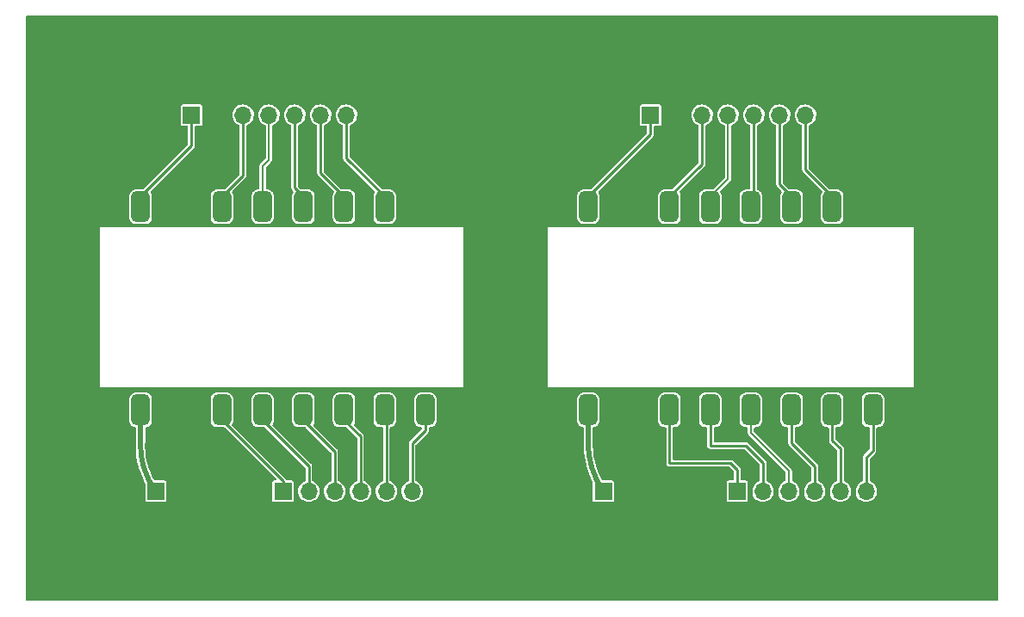
<source format=gtl>
G04 #@! TF.GenerationSoftware,KiCad,Pcbnew,(6.0.1)*
G04 #@! TF.CreationDate,2023-03-29T19:46:05-04:00*
G04 #@! TF.ProjectId,G-NiceRF Breakout Board,472d4e69-6365-4524-9620-427265616b6f,rev?*
G04 #@! TF.SameCoordinates,Original*
G04 #@! TF.FileFunction,Copper,L1,Top*
G04 #@! TF.FilePolarity,Positive*
%FSLAX46Y46*%
G04 Gerber Fmt 4.6, Leading zero omitted, Abs format (unit mm)*
G04 Created by KiCad (PCBNEW (6.0.1)) date 2023-03-29 19:46:05*
%MOMM*%
%LPD*%
G01*
G04 APERTURE LIST*
G04 Aperture macros list*
%AMRoundRect*
0 Rectangle with rounded corners*
0 $1 Rounding radius*
0 $2 $3 $4 $5 $6 $7 $8 $9 X,Y pos of 4 corners*
0 Add a 4 corners polygon primitive as box body*
4,1,4,$2,$3,$4,$5,$6,$7,$8,$9,$2,$3,0*
0 Add four circle primitives for the rounded corners*
1,1,$1+$1,$2,$3*
1,1,$1+$1,$4,$5*
1,1,$1+$1,$6,$7*
1,1,$1+$1,$8,$9*
0 Add four rect primitives between the rounded corners*
20,1,$1+$1,$2,$3,$4,$5,0*
20,1,$1+$1,$4,$5,$6,$7,0*
20,1,$1+$1,$6,$7,$8,$9,0*
20,1,$1+$1,$8,$9,$2,$3,0*%
G04 Aperture macros list end*
G04 #@! TA.AperFunction,NonConductor*
%ADD10C,0.200000*%
G04 #@! TD*
G04 #@! TA.AperFunction,NonConductor*
%ADD11C,0.500000*%
G04 #@! TD*
G04 #@! TA.AperFunction,ComponentPad*
%ADD12R,1.700000X1.700000*%
G04 #@! TD*
G04 #@! TA.AperFunction,ComponentPad*
%ADD13O,1.700000X1.700000*%
G04 #@! TD*
G04 #@! TA.AperFunction,SMDPad,CuDef*
%ADD14RoundRect,0.450000X-0.450000X-1.050000X0.450000X-1.050000X0.450000X1.050000X-0.450000X1.050000X0*%
G04 #@! TD*
G04 #@! TA.AperFunction,Conductor*
%ADD15C,0.250000*%
G04 #@! TD*
G04 #@! TA.AperFunction,Conductor*
%ADD16C,0.500000*%
G04 #@! TD*
G04 #@! TA.AperFunction,Conductor*
%ADD17C,0.200000*%
G04 #@! TD*
G04 APERTURE END LIST*
D10*
X131750001Y-81000000D02*
G75*
G03*
X131750001Y-81000000I-1J0D01*
G01*
D11*
X86999999Y-77000000D02*
G75*
G03*
X88500000Y-82000000I7435856J-494243D01*
G01*
X131000000Y-77000000D02*
G75*
G03*
X132500000Y-82000000I8177905J-271628D01*
G01*
D12*
X137125000Y-45000000D03*
D13*
X139665000Y-45000000D03*
X142205000Y-45000000D03*
X144745000Y-45000000D03*
X147285000Y-45000000D03*
X149825000Y-45000000D03*
X152365000Y-45000000D03*
X154905000Y-45000000D03*
D12*
X145650000Y-82000000D03*
D13*
X148190000Y-82000000D03*
X150730000Y-82000000D03*
X153270000Y-82000000D03*
X155810000Y-82000000D03*
X158350000Y-82000000D03*
D12*
X88500000Y-82000000D03*
D13*
X91040000Y-82000000D03*
D12*
X92000000Y-45000000D03*
D13*
X94540000Y-45000000D03*
X97080000Y-45000000D03*
X99620000Y-45000000D03*
X102160000Y-45000000D03*
X104700000Y-45000000D03*
X107240000Y-45000000D03*
X109780000Y-45000000D03*
D12*
X132500000Y-82000000D03*
D13*
X135040000Y-82000000D03*
D14*
X87000000Y-54000000D03*
X91000000Y-54000000D03*
X95000000Y-54000000D03*
X99000000Y-54000000D03*
X103000000Y-54000000D03*
X107000000Y-54000000D03*
X111000000Y-54000000D03*
X115000000Y-54000000D03*
X87000000Y-74000000D03*
X91000000Y-74000000D03*
X95000000Y-74000000D03*
X99000000Y-74000000D03*
X103000000Y-74000000D03*
X107000000Y-74000000D03*
X111000000Y-74000000D03*
X115000000Y-74000000D03*
X131000000Y-54000000D03*
X135000000Y-54000000D03*
X139000000Y-54000000D03*
X143000000Y-54000000D03*
X147000000Y-54000000D03*
X151000000Y-54000000D03*
X155000000Y-54000000D03*
X159000000Y-54000000D03*
X131000000Y-74000000D03*
X135000000Y-74000000D03*
X139000000Y-74000000D03*
X143000000Y-74000000D03*
X147000000Y-74000000D03*
X151000000Y-74000000D03*
X155000000Y-74000000D03*
X159000000Y-74000000D03*
D12*
X101000000Y-82000000D03*
D13*
X103540000Y-82000000D03*
X106080000Y-82000000D03*
X108620000Y-82000000D03*
X111160000Y-82000000D03*
X113700000Y-82000000D03*
D15*
X137125000Y-46875000D02*
X137125000Y-45000000D01*
X87000000Y-55000000D02*
X87000000Y-53000000D01*
X131000000Y-53000000D02*
X137125000Y-46875000D01*
X131000000Y-55000000D02*
X131000000Y-53000000D01*
X87000000Y-53000000D02*
X92000000Y-48000000D01*
X92000000Y-48000000D02*
X92000000Y-45000000D01*
X154905000Y-48905000D02*
X154905000Y-45000000D01*
X91000000Y-53000000D02*
X94540000Y-49460000D01*
X109780000Y-47780000D02*
X109780000Y-45000000D01*
X135000000Y-55000000D02*
X135000000Y-53000000D01*
D16*
X135000000Y-73000000D02*
X135000000Y-82000000D01*
X135000000Y-73000000D02*
X135000000Y-82000000D01*
D15*
X94540000Y-49460000D02*
X94540000Y-45000000D01*
D16*
X91000000Y-73000000D02*
X91000000Y-82000000D01*
D15*
X139665000Y-48335000D02*
X139665000Y-45000000D01*
X159000000Y-53000000D02*
X154905000Y-48905000D01*
X159000000Y-55000000D02*
X159000000Y-53000000D01*
X91000000Y-55000000D02*
X91000000Y-53000000D01*
X135000000Y-53000000D02*
X139665000Y-48335000D01*
X115000000Y-55000000D02*
X115000000Y-53000000D01*
X115000000Y-53000000D02*
X109780000Y-47780000D01*
X95000000Y-53000000D02*
X97080000Y-50920000D01*
X95000000Y-55000000D02*
X95000000Y-53000000D01*
X97080000Y-50920000D02*
X97080000Y-45000000D01*
D17*
X99620000Y-49380000D02*
X99620000Y-45000000D01*
D15*
X145000000Y-79250000D02*
X145650000Y-79900000D01*
X139000000Y-73000000D02*
X139000000Y-79250000D01*
D17*
X99000000Y-55000000D02*
X99000000Y-50000000D01*
X99000000Y-50000000D02*
X99620000Y-49380000D01*
D15*
X139000000Y-79250000D02*
X145000000Y-79250000D01*
X145650000Y-79900000D02*
X145650000Y-82000000D01*
X147285000Y-52715000D02*
X147285000Y-45000000D01*
X103000000Y-53000000D02*
X102160000Y-52160000D01*
X103000000Y-55000000D02*
X103000000Y-53000000D01*
X102160000Y-52160000D02*
X102160000Y-45000000D01*
X107000000Y-53000000D02*
X104700000Y-50700000D01*
X107000000Y-55000000D02*
X107000000Y-53000000D01*
X104700000Y-50700000D02*
X104700000Y-45000000D01*
X111000000Y-55000000D02*
X111000000Y-53000000D01*
X155000000Y-55000000D02*
X155000000Y-53000000D01*
X155000000Y-53000000D02*
X152365000Y-50365000D01*
X111000000Y-53000000D02*
X107240000Y-49240000D01*
X107240000Y-49240000D02*
X107240000Y-45000000D01*
X152365000Y-50365000D02*
X152365000Y-45000000D01*
D16*
X131000000Y-73000000D02*
X131000000Y-77000000D01*
X87000000Y-77000000D02*
X87000000Y-73000000D01*
D15*
X95000000Y-75000000D02*
X101000000Y-81000000D01*
X101000000Y-81000000D02*
X101000000Y-82000000D01*
X95000000Y-73000000D02*
X95000000Y-75000000D01*
X143000000Y-73000000D02*
X143000000Y-74000000D01*
X99000000Y-73000000D02*
X99000000Y-75000000D01*
X103540000Y-79540000D02*
X103540000Y-82000000D01*
X99000000Y-75000000D02*
X103540000Y-79540000D01*
X143000000Y-74000000D02*
X143000000Y-77500000D01*
X143000000Y-77500000D02*
X146500000Y-77500000D01*
X146500000Y-77500000D02*
X148190000Y-79190000D01*
X148190000Y-79190000D02*
X148190000Y-82000000D01*
X103000000Y-75000000D02*
X106080000Y-78080000D01*
X106080000Y-78080000D02*
X106080000Y-82000000D01*
X103000000Y-73000000D02*
X103000000Y-75000000D01*
X107000000Y-73000000D02*
X107000000Y-75000000D01*
X153270000Y-79520000D02*
X153270000Y-82000000D01*
X151000000Y-77250000D02*
X153270000Y-79520000D01*
X107000000Y-75000000D02*
X108620000Y-76620000D01*
X108620000Y-76620000D02*
X108620000Y-82000000D01*
X151000000Y-73000000D02*
X151000000Y-77250000D01*
X111000000Y-73000000D02*
X111160000Y-73160000D01*
X111160000Y-73160000D02*
X111160000Y-82000000D01*
X155000000Y-77000000D02*
X155810000Y-77810000D01*
X155810000Y-77810000D02*
X155810000Y-82000000D01*
X155000000Y-73000000D02*
X155000000Y-77000000D01*
X158350000Y-78650000D02*
X158350000Y-82000000D01*
X115000000Y-76000000D02*
X113700000Y-77300000D01*
X115000000Y-73000000D02*
X115000000Y-76000000D01*
X159000000Y-78000000D02*
X158350000Y-78650000D01*
X113700000Y-77300000D02*
X113700000Y-82000000D01*
X159000000Y-73000000D02*
X159000000Y-78000000D01*
X139000000Y-55000000D02*
X139000000Y-53000000D01*
D17*
X147000000Y-76250000D02*
X150730000Y-79980000D01*
D15*
X139000000Y-53000000D02*
X142205000Y-49795000D01*
X142205000Y-49795000D02*
X142205000Y-45000000D01*
D17*
X144745000Y-51255000D02*
X144745000Y-45000000D01*
X143000000Y-55000000D02*
X143000000Y-53000000D01*
X143000000Y-53000000D02*
X144745000Y-51255000D01*
X150730000Y-79980000D02*
X150730000Y-82000000D01*
X147000000Y-73000000D02*
X147000000Y-76250000D01*
D15*
X151000000Y-53000000D02*
X149825000Y-51825000D01*
X151000000Y-55000000D02*
X151000000Y-53000000D01*
X149825000Y-51825000D02*
X149825000Y-45000000D01*
G04 #@! TA.AperFunction,Conductor*
G36*
X171259191Y-35218907D02*
G01*
X171295155Y-35268407D01*
X171300000Y-35299000D01*
X171300000Y-92701000D01*
X171281093Y-92759191D01*
X171231593Y-92795155D01*
X171201000Y-92800000D01*
X75799000Y-92800000D01*
X75740809Y-92781093D01*
X75704845Y-92731593D01*
X75700000Y-92701000D01*
X75700000Y-75115694D01*
X85899500Y-75115694D01*
X85902402Y-75152569D01*
X85948256Y-75310398D01*
X86031919Y-75451865D01*
X86148135Y-75568081D01*
X86153491Y-75571249D01*
X86153493Y-75571250D01*
X86214505Y-75607332D01*
X86289602Y-75651744D01*
X86295586Y-75653482D01*
X86295587Y-75653483D01*
X86442573Y-75696187D01*
X86442577Y-75696188D01*
X86447431Y-75697598D01*
X86452469Y-75697995D01*
X86452472Y-75697995D01*
X86458269Y-75698451D01*
X86514797Y-75721867D01*
X86546765Y-75774037D01*
X86549500Y-75797146D01*
X86549500Y-76938596D01*
X86548301Y-76953959D01*
X86548129Y-76955054D01*
X86547246Y-76958774D01*
X86546374Y-76969849D01*
X86546664Y-76973668D01*
X86546664Y-76973971D01*
X86546607Y-76977168D01*
X86529454Y-77483882D01*
X86529504Y-77485483D01*
X86529504Y-77485491D01*
X86544540Y-77966955D01*
X86545507Y-77997927D01*
X86545660Y-77999510D01*
X86545660Y-77999512D01*
X86594307Y-78503221D01*
X86594946Y-78509840D01*
X86677562Y-79017457D01*
X86793005Y-79518628D01*
X86793461Y-79520149D01*
X86793465Y-79520163D01*
X86921418Y-79946672D01*
X86940787Y-80011234D01*
X87120282Y-80493190D01*
X87120937Y-80494650D01*
X87120938Y-80494653D01*
X87297299Y-80887908D01*
X87330731Y-80962456D01*
X87331488Y-80963887D01*
X87331493Y-80963897D01*
X87438007Y-81165217D01*
X87449500Y-81211515D01*
X87449500Y-82869748D01*
X87461133Y-82928231D01*
X87505448Y-82994552D01*
X87571769Y-83038867D01*
X87581332Y-83040769D01*
X87581334Y-83040770D01*
X87604005Y-83045279D01*
X87630252Y-83050500D01*
X89369748Y-83050500D01*
X89395995Y-83045279D01*
X89418666Y-83040770D01*
X89418668Y-83040769D01*
X89428231Y-83038867D01*
X89494552Y-82994552D01*
X89538867Y-82928231D01*
X89550500Y-82869748D01*
X89550500Y-81130252D01*
X89538867Y-81071769D01*
X89494552Y-81005448D01*
X89428231Y-80961133D01*
X89418668Y-80959231D01*
X89418666Y-80959230D01*
X89395995Y-80954721D01*
X89369748Y-80949500D01*
X88403910Y-80949500D01*
X88345719Y-80930593D01*
X88319096Y-80901563D01*
X88313387Y-80892080D01*
X88309960Y-80885898D01*
X88086101Y-80445605D01*
X88083119Y-80439180D01*
X87891321Y-79984019D01*
X87888806Y-79977398D01*
X87779311Y-79654826D01*
X87730044Y-79509686D01*
X87728010Y-79502906D01*
X87726354Y-79496568D01*
X87603096Y-79025029D01*
X87601551Y-79018118D01*
X87588073Y-78945738D01*
X87511127Y-78532539D01*
X87510081Y-78525537D01*
X87508970Y-78515702D01*
X87470069Y-78171511D01*
X87454610Y-78034733D01*
X87454067Y-78027671D01*
X87440836Y-77704958D01*
X87433833Y-77534159D01*
X87433796Y-77527083D01*
X87434009Y-77520141D01*
X87447202Y-77088937D01*
X87448742Y-77075184D01*
X87449980Y-77071270D01*
X87450500Y-77064663D01*
X87450500Y-77058801D01*
X87451517Y-77049637D01*
X87451125Y-77049606D01*
X87451678Y-77042575D01*
X87453224Y-77035691D01*
X87450701Y-76996111D01*
X87450500Y-76989813D01*
X87450500Y-75797146D01*
X87469407Y-75738955D01*
X87518907Y-75702991D01*
X87541731Y-75698451D01*
X87547528Y-75697995D01*
X87547531Y-75697995D01*
X87552569Y-75697598D01*
X87557423Y-75696188D01*
X87557427Y-75696187D01*
X87704413Y-75653483D01*
X87704414Y-75653482D01*
X87710398Y-75651744D01*
X87785495Y-75607332D01*
X87846507Y-75571250D01*
X87846509Y-75571249D01*
X87851865Y-75568081D01*
X87968081Y-75451865D01*
X88051744Y-75310398D01*
X88097598Y-75152569D01*
X88100500Y-75115694D01*
X93899500Y-75115694D01*
X93902402Y-75152569D01*
X93948256Y-75310398D01*
X94031919Y-75451865D01*
X94148135Y-75568081D01*
X94153491Y-75571249D01*
X94153493Y-75571250D01*
X94214505Y-75607332D01*
X94289602Y-75651744D01*
X94295586Y-75653482D01*
X94295587Y-75653483D01*
X94442573Y-75696187D01*
X94442577Y-75696188D01*
X94447431Y-75697598D01*
X94452471Y-75697995D01*
X94452473Y-75697995D01*
X94468839Y-75699283D01*
X94484306Y-75700500D01*
X95199166Y-75700500D01*
X95257357Y-75719407D01*
X95269170Y-75729496D01*
X100320169Y-80780496D01*
X100347946Y-80835013D01*
X100338375Y-80895445D01*
X100295110Y-80938710D01*
X100250165Y-80949500D01*
X100130252Y-80949500D01*
X100104005Y-80954721D01*
X100081334Y-80959230D01*
X100081332Y-80959231D01*
X100071769Y-80961133D01*
X100005448Y-81005448D01*
X99961133Y-81071769D01*
X99949500Y-81130252D01*
X99949500Y-82869748D01*
X99961133Y-82928231D01*
X100005448Y-82994552D01*
X100071769Y-83038867D01*
X100081332Y-83040769D01*
X100081334Y-83040770D01*
X100104005Y-83045279D01*
X100130252Y-83050500D01*
X101869748Y-83050500D01*
X101895995Y-83045279D01*
X101918666Y-83040770D01*
X101918668Y-83040769D01*
X101928231Y-83038867D01*
X101994552Y-82994552D01*
X102038867Y-82928231D01*
X102050500Y-82869748D01*
X102050500Y-81130252D01*
X102038867Y-81071769D01*
X101994552Y-81005448D01*
X101928231Y-80961133D01*
X101918668Y-80959231D01*
X101918666Y-80959230D01*
X101895995Y-80954721D01*
X101869748Y-80949500D01*
X101401073Y-80949500D01*
X101342882Y-80930593D01*
X101310768Y-80887976D01*
X101310588Y-80886955D01*
X101306259Y-80879456D01*
X101304261Y-80873967D01*
X101301795Y-80868679D01*
X101299554Y-80860316D01*
X101277259Y-80828475D01*
X101272636Y-80821219D01*
X101253194Y-80787545D01*
X101223436Y-80762575D01*
X101217068Y-80756741D01*
X98631838Y-78171511D01*
X96001612Y-75541286D01*
X95973835Y-75486769D01*
X95986402Y-75420887D01*
X96048572Y-75315761D01*
X96051744Y-75310398D01*
X96097598Y-75152569D01*
X96100500Y-75115694D01*
X97899500Y-75115694D01*
X97902402Y-75152569D01*
X97948256Y-75310398D01*
X98031919Y-75451865D01*
X98148135Y-75568081D01*
X98153491Y-75571249D01*
X98153493Y-75571250D01*
X98214505Y-75607332D01*
X98289602Y-75651744D01*
X98295586Y-75653482D01*
X98295587Y-75653483D01*
X98442573Y-75696187D01*
X98442577Y-75696188D01*
X98447431Y-75697598D01*
X98452471Y-75697995D01*
X98452473Y-75697995D01*
X98468839Y-75699283D01*
X98484306Y-75700500D01*
X99199166Y-75700500D01*
X99257357Y-75719407D01*
X99269170Y-75729496D01*
X103185504Y-79645830D01*
X103213281Y-79700347D01*
X103214500Y-79715834D01*
X103214500Y-80926761D01*
X103195593Y-80984952D01*
X103152583Y-81018553D01*
X103149216Y-81019913D01*
X103144572Y-81021280D01*
X103140287Y-81023520D01*
X103140285Y-81023521D01*
X103063507Y-81063660D01*
X102962002Y-81116726D01*
X102958231Y-81119758D01*
X102805220Y-81242781D01*
X102805217Y-81242783D01*
X102801447Y-81245815D01*
X102798333Y-81249526D01*
X102798332Y-81249527D01*
X102789585Y-81259952D01*
X102669024Y-81403630D01*
X102666689Y-81407878D01*
X102666688Y-81407879D01*
X102659955Y-81420126D01*
X102569776Y-81584162D01*
X102507484Y-81780532D01*
X102506944Y-81785344D01*
X102506944Y-81785345D01*
X102505865Y-81794970D01*
X102484520Y-81985262D01*
X102501759Y-82190553D01*
X102558544Y-82388586D01*
X102652712Y-82571818D01*
X102780677Y-82733270D01*
X102784357Y-82736402D01*
X102784359Y-82736404D01*
X102897017Y-82832283D01*
X102937564Y-82866791D01*
X102941787Y-82869151D01*
X102941791Y-82869154D01*
X102981342Y-82891258D01*
X103117398Y-82967297D01*
X103121996Y-82968791D01*
X103308724Y-83029463D01*
X103308726Y-83029464D01*
X103313329Y-83030959D01*
X103517894Y-83055351D01*
X103522716Y-83054980D01*
X103522719Y-83054980D01*
X103593259Y-83049552D01*
X103723300Y-83039546D01*
X103921725Y-82984145D01*
X103926038Y-82981966D01*
X103926044Y-82981964D01*
X104101289Y-82893441D01*
X104101291Y-82893440D01*
X104105610Y-82891258D01*
X104140943Y-82863653D01*
X104264135Y-82767406D01*
X104264139Y-82767402D01*
X104267951Y-82764424D01*
X104402564Y-82608472D01*
X104421231Y-82575613D01*
X104501934Y-82433550D01*
X104501935Y-82433547D01*
X104504323Y-82429344D01*
X104517882Y-82388586D01*
X104567824Y-82238454D01*
X104567824Y-82238452D01*
X104569351Y-82233863D01*
X104595171Y-82029474D01*
X104595583Y-82000000D01*
X104575480Y-81794970D01*
X104515935Y-81597749D01*
X104419218Y-81415849D01*
X104289011Y-81256200D01*
X104142639Y-81135110D01*
X104134002Y-81127965D01*
X104134000Y-81127964D01*
X104130275Y-81124882D01*
X103949055Y-81026897D01*
X103935226Y-81022616D01*
X103885229Y-80987349D01*
X103865500Y-80928044D01*
X103865500Y-79558534D01*
X103865877Y-79549905D01*
X103868509Y-79519822D01*
X103869264Y-79511193D01*
X103859204Y-79473650D01*
X103857334Y-79465216D01*
X103852092Y-79435483D01*
X103852091Y-79435481D01*
X103850588Y-79426955D01*
X103846258Y-79419456D01*
X103844262Y-79413971D01*
X103841796Y-79408684D01*
X103839554Y-79400316D01*
X103817268Y-79368489D01*
X103812627Y-79361205D01*
X103806358Y-79350347D01*
X103793194Y-79327545D01*
X103763429Y-79302569D01*
X103757061Y-79296735D01*
X100001612Y-75541286D01*
X99973835Y-75486769D01*
X99986402Y-75420887D01*
X100048572Y-75315761D01*
X100051744Y-75310398D01*
X100097598Y-75152569D01*
X100100500Y-75115694D01*
X101899500Y-75115694D01*
X101902402Y-75152569D01*
X101948256Y-75310398D01*
X102031919Y-75451865D01*
X102148135Y-75568081D01*
X102153491Y-75571249D01*
X102153493Y-75571250D01*
X102214505Y-75607332D01*
X102289602Y-75651744D01*
X102295586Y-75653482D01*
X102295587Y-75653483D01*
X102442573Y-75696187D01*
X102442577Y-75696188D01*
X102447431Y-75697598D01*
X102452471Y-75697995D01*
X102452473Y-75697995D01*
X102468839Y-75699283D01*
X102484306Y-75700500D01*
X103199166Y-75700500D01*
X103257357Y-75719407D01*
X103269170Y-75729496D01*
X105725504Y-78185830D01*
X105753281Y-78240347D01*
X105754500Y-78255834D01*
X105754500Y-80926761D01*
X105735593Y-80984952D01*
X105692583Y-81018553D01*
X105689216Y-81019913D01*
X105684572Y-81021280D01*
X105680287Y-81023520D01*
X105680285Y-81023521D01*
X105603507Y-81063660D01*
X105502002Y-81116726D01*
X105498231Y-81119758D01*
X105345220Y-81242781D01*
X105345217Y-81242783D01*
X105341447Y-81245815D01*
X105338333Y-81249526D01*
X105338332Y-81249527D01*
X105329585Y-81259952D01*
X105209024Y-81403630D01*
X105206689Y-81407878D01*
X105206688Y-81407879D01*
X105199955Y-81420126D01*
X105109776Y-81584162D01*
X105047484Y-81780532D01*
X105046944Y-81785344D01*
X105046944Y-81785345D01*
X105045865Y-81794970D01*
X105024520Y-81985262D01*
X105041759Y-82190553D01*
X105098544Y-82388586D01*
X105192712Y-82571818D01*
X105320677Y-82733270D01*
X105324357Y-82736402D01*
X105324359Y-82736404D01*
X105437017Y-82832283D01*
X105477564Y-82866791D01*
X105481787Y-82869151D01*
X105481791Y-82869154D01*
X105521342Y-82891258D01*
X105657398Y-82967297D01*
X105661996Y-82968791D01*
X105848724Y-83029463D01*
X105848726Y-83029464D01*
X105853329Y-83030959D01*
X106057894Y-83055351D01*
X106062716Y-83054980D01*
X106062719Y-83054980D01*
X106133259Y-83049552D01*
X106263300Y-83039546D01*
X106461725Y-82984145D01*
X106466038Y-82981966D01*
X106466044Y-82981964D01*
X106641289Y-82893441D01*
X106641291Y-82893440D01*
X106645610Y-82891258D01*
X106680943Y-82863653D01*
X106804135Y-82767406D01*
X106804139Y-82767402D01*
X106807951Y-82764424D01*
X106942564Y-82608472D01*
X106961231Y-82575613D01*
X107041934Y-82433550D01*
X107041935Y-82433547D01*
X107044323Y-82429344D01*
X107057882Y-82388586D01*
X107107824Y-82238454D01*
X107107824Y-82238452D01*
X107109351Y-82233863D01*
X107135171Y-82029474D01*
X107135583Y-82000000D01*
X107115480Y-81794970D01*
X107055935Y-81597749D01*
X106959218Y-81415849D01*
X106829011Y-81256200D01*
X106682639Y-81135110D01*
X106674002Y-81127965D01*
X106674000Y-81127964D01*
X106670275Y-81124882D01*
X106489055Y-81026897D01*
X106475226Y-81022616D01*
X106425229Y-80987349D01*
X106405500Y-80928044D01*
X106405500Y-78098534D01*
X106405877Y-78089905D01*
X106408509Y-78059822D01*
X106409264Y-78051193D01*
X106399204Y-78013650D01*
X106397334Y-78005216D01*
X106392092Y-77975483D01*
X106392091Y-77975481D01*
X106390588Y-77966955D01*
X106386258Y-77959456D01*
X106384262Y-77953971D01*
X106381796Y-77948684D01*
X106379554Y-77940316D01*
X106357268Y-77908489D01*
X106352627Y-77901205D01*
X106333194Y-77867545D01*
X106303429Y-77842569D01*
X106297061Y-77836735D01*
X104001612Y-75541286D01*
X103973835Y-75486769D01*
X103986402Y-75420887D01*
X104048572Y-75315761D01*
X104051744Y-75310398D01*
X104097598Y-75152569D01*
X104100500Y-75115694D01*
X105899500Y-75115694D01*
X105902402Y-75152569D01*
X105948256Y-75310398D01*
X106031919Y-75451865D01*
X106148135Y-75568081D01*
X106153491Y-75571249D01*
X106153493Y-75571250D01*
X106214505Y-75607332D01*
X106289602Y-75651744D01*
X106295586Y-75653482D01*
X106295587Y-75653483D01*
X106442573Y-75696187D01*
X106442577Y-75696188D01*
X106447431Y-75697598D01*
X106452471Y-75697995D01*
X106452473Y-75697995D01*
X106468839Y-75699283D01*
X106484306Y-75700500D01*
X107199166Y-75700500D01*
X107257357Y-75719407D01*
X107269170Y-75729496D01*
X108265504Y-76725830D01*
X108293281Y-76780347D01*
X108294500Y-76795834D01*
X108294500Y-80926761D01*
X108275593Y-80984952D01*
X108232583Y-81018553D01*
X108229216Y-81019913D01*
X108224572Y-81021280D01*
X108220287Y-81023520D01*
X108220285Y-81023521D01*
X108143507Y-81063660D01*
X108042002Y-81116726D01*
X108038231Y-81119758D01*
X107885220Y-81242781D01*
X107885217Y-81242783D01*
X107881447Y-81245815D01*
X107878333Y-81249526D01*
X107878332Y-81249527D01*
X107869585Y-81259952D01*
X107749024Y-81403630D01*
X107746689Y-81407878D01*
X107746688Y-81407879D01*
X107739955Y-81420126D01*
X107649776Y-81584162D01*
X107587484Y-81780532D01*
X107586944Y-81785344D01*
X107586944Y-81785345D01*
X107585865Y-81794970D01*
X107564520Y-81985262D01*
X107581759Y-82190553D01*
X107638544Y-82388586D01*
X107732712Y-82571818D01*
X107860677Y-82733270D01*
X107864357Y-82736402D01*
X107864359Y-82736404D01*
X107977017Y-82832283D01*
X108017564Y-82866791D01*
X108021787Y-82869151D01*
X108021791Y-82869154D01*
X108061342Y-82891258D01*
X108197398Y-82967297D01*
X108201996Y-82968791D01*
X108388724Y-83029463D01*
X108388726Y-83029464D01*
X108393329Y-83030959D01*
X108597894Y-83055351D01*
X108602716Y-83054980D01*
X108602719Y-83054980D01*
X108673259Y-83049552D01*
X108803300Y-83039546D01*
X109001725Y-82984145D01*
X109006038Y-82981966D01*
X109006044Y-82981964D01*
X109181289Y-82893441D01*
X109181291Y-82893440D01*
X109185610Y-82891258D01*
X109220943Y-82863653D01*
X109344135Y-82767406D01*
X109344139Y-82767402D01*
X109347951Y-82764424D01*
X109482564Y-82608472D01*
X109501231Y-82575613D01*
X109581934Y-82433550D01*
X109581935Y-82433547D01*
X109584323Y-82429344D01*
X109597882Y-82388586D01*
X109647824Y-82238454D01*
X109647824Y-82238452D01*
X109649351Y-82233863D01*
X109675171Y-82029474D01*
X109675583Y-82000000D01*
X109655480Y-81794970D01*
X109595935Y-81597749D01*
X109499218Y-81415849D01*
X109369011Y-81256200D01*
X109222639Y-81135110D01*
X109214002Y-81127965D01*
X109214000Y-81127964D01*
X109210275Y-81124882D01*
X109029055Y-81026897D01*
X109015226Y-81022616D01*
X108965229Y-80987349D01*
X108945500Y-80928044D01*
X108945500Y-76638534D01*
X108945877Y-76629905D01*
X108948509Y-76599822D01*
X108949264Y-76591193D01*
X108939204Y-76553650D01*
X108937334Y-76545216D01*
X108932092Y-76515483D01*
X108932091Y-76515481D01*
X108930588Y-76506955D01*
X108926258Y-76499456D01*
X108924262Y-76493971D01*
X108921796Y-76488684D01*
X108919554Y-76480316D01*
X108897268Y-76448489D01*
X108892627Y-76441205D01*
X108885761Y-76429313D01*
X108873194Y-76407545D01*
X108843429Y-76382569D01*
X108837061Y-76376735D01*
X108001612Y-75541286D01*
X107973835Y-75486769D01*
X107986402Y-75420887D01*
X108048572Y-75315761D01*
X108051744Y-75310398D01*
X108097598Y-75152569D01*
X108100500Y-75115694D01*
X109899500Y-75115694D01*
X109902402Y-75152569D01*
X109948256Y-75310398D01*
X110031919Y-75451865D01*
X110148135Y-75568081D01*
X110153491Y-75571249D01*
X110153493Y-75571250D01*
X110214505Y-75607332D01*
X110289602Y-75651744D01*
X110295586Y-75653482D01*
X110295587Y-75653483D01*
X110442573Y-75696187D01*
X110442577Y-75696188D01*
X110447431Y-75697598D01*
X110452471Y-75697995D01*
X110452473Y-75697995D01*
X110468839Y-75699283D01*
X110484306Y-75700500D01*
X110735500Y-75700500D01*
X110793691Y-75719407D01*
X110829655Y-75768907D01*
X110834500Y-75799500D01*
X110834500Y-80926761D01*
X110815593Y-80984952D01*
X110772583Y-81018553D01*
X110769216Y-81019913D01*
X110764572Y-81021280D01*
X110760287Y-81023520D01*
X110760285Y-81023521D01*
X110683507Y-81063660D01*
X110582002Y-81116726D01*
X110578231Y-81119758D01*
X110425220Y-81242781D01*
X110425217Y-81242783D01*
X110421447Y-81245815D01*
X110418333Y-81249526D01*
X110418332Y-81249527D01*
X110409585Y-81259952D01*
X110289024Y-81403630D01*
X110286689Y-81407878D01*
X110286688Y-81407879D01*
X110279955Y-81420126D01*
X110189776Y-81584162D01*
X110127484Y-81780532D01*
X110126944Y-81785344D01*
X110126944Y-81785345D01*
X110125865Y-81794970D01*
X110104520Y-81985262D01*
X110121759Y-82190553D01*
X110178544Y-82388586D01*
X110272712Y-82571818D01*
X110400677Y-82733270D01*
X110404357Y-82736402D01*
X110404359Y-82736404D01*
X110517017Y-82832283D01*
X110557564Y-82866791D01*
X110561787Y-82869151D01*
X110561791Y-82869154D01*
X110601342Y-82891258D01*
X110737398Y-82967297D01*
X110741996Y-82968791D01*
X110928724Y-83029463D01*
X110928726Y-83029464D01*
X110933329Y-83030959D01*
X111137894Y-83055351D01*
X111142716Y-83054980D01*
X111142719Y-83054980D01*
X111213259Y-83049552D01*
X111343300Y-83039546D01*
X111541725Y-82984145D01*
X111546038Y-82981966D01*
X111546044Y-82981964D01*
X111721289Y-82893441D01*
X111721291Y-82893440D01*
X111725610Y-82891258D01*
X111760943Y-82863653D01*
X111884135Y-82767406D01*
X111884139Y-82767402D01*
X111887951Y-82764424D01*
X112022564Y-82608472D01*
X112041231Y-82575613D01*
X112121934Y-82433550D01*
X112121935Y-82433547D01*
X112124323Y-82429344D01*
X112137882Y-82388586D01*
X112187824Y-82238454D01*
X112187824Y-82238452D01*
X112189351Y-82233863D01*
X112215171Y-82029474D01*
X112215583Y-82000000D01*
X112214138Y-81985262D01*
X112644520Y-81985262D01*
X112661759Y-82190553D01*
X112718544Y-82388586D01*
X112812712Y-82571818D01*
X112940677Y-82733270D01*
X112944357Y-82736402D01*
X112944359Y-82736404D01*
X113057017Y-82832283D01*
X113097564Y-82866791D01*
X113101787Y-82869151D01*
X113101791Y-82869154D01*
X113141342Y-82891258D01*
X113277398Y-82967297D01*
X113281996Y-82968791D01*
X113468724Y-83029463D01*
X113468726Y-83029464D01*
X113473329Y-83030959D01*
X113677894Y-83055351D01*
X113682716Y-83054980D01*
X113682719Y-83054980D01*
X113753259Y-83049552D01*
X113883300Y-83039546D01*
X114081725Y-82984145D01*
X114086038Y-82981966D01*
X114086044Y-82981964D01*
X114261289Y-82893441D01*
X114261291Y-82893440D01*
X114265610Y-82891258D01*
X114300943Y-82863653D01*
X114424135Y-82767406D01*
X114424139Y-82767402D01*
X114427951Y-82764424D01*
X114562564Y-82608472D01*
X114581231Y-82575613D01*
X114661934Y-82433550D01*
X114661935Y-82433547D01*
X114664323Y-82429344D01*
X114677882Y-82388586D01*
X114727824Y-82238454D01*
X114727824Y-82238452D01*
X114729351Y-82233863D01*
X114755171Y-82029474D01*
X114755583Y-82000000D01*
X114735480Y-81794970D01*
X114675935Y-81597749D01*
X114579218Y-81415849D01*
X114449011Y-81256200D01*
X114302639Y-81135110D01*
X114294002Y-81127965D01*
X114294000Y-81127964D01*
X114290275Y-81124882D01*
X114109055Y-81026897D01*
X114095226Y-81022616D01*
X114045229Y-80987349D01*
X114025500Y-80928044D01*
X114025500Y-77475834D01*
X114044407Y-77417643D01*
X114054496Y-77405830D01*
X115217057Y-76243269D01*
X115223425Y-76237434D01*
X115253194Y-76212455D01*
X115272629Y-76178792D01*
X115277268Y-76171511D01*
X115278987Y-76169056D01*
X115299554Y-76139684D01*
X115301796Y-76131316D01*
X115304262Y-76126029D01*
X115306258Y-76120544D01*
X115310588Y-76113045D01*
X115317334Y-76074783D01*
X115319204Y-76066349D01*
X115327022Y-76037174D01*
X115329264Y-76028807D01*
X115325877Y-75990091D01*
X115325500Y-75981463D01*
X115325500Y-75799500D01*
X115344407Y-75741309D01*
X115393907Y-75705345D01*
X115424500Y-75700500D01*
X115515694Y-75700500D01*
X115531161Y-75699283D01*
X115547527Y-75697995D01*
X115547529Y-75697995D01*
X115552569Y-75697598D01*
X115557423Y-75696188D01*
X115557427Y-75696187D01*
X115704413Y-75653483D01*
X115704414Y-75653482D01*
X115710398Y-75651744D01*
X115785495Y-75607332D01*
X115846507Y-75571250D01*
X115846509Y-75571249D01*
X115851865Y-75568081D01*
X115968081Y-75451865D01*
X116051744Y-75310398D01*
X116097598Y-75152569D01*
X116100500Y-75115694D01*
X129899500Y-75115694D01*
X129902402Y-75152569D01*
X129948256Y-75310398D01*
X130031919Y-75451865D01*
X130148135Y-75568081D01*
X130153491Y-75571249D01*
X130153493Y-75571250D01*
X130214505Y-75607332D01*
X130289602Y-75651744D01*
X130295586Y-75653482D01*
X130295587Y-75653483D01*
X130442573Y-75696187D01*
X130442577Y-75696188D01*
X130447431Y-75697598D01*
X130452469Y-75697995D01*
X130452472Y-75697995D01*
X130458269Y-75698451D01*
X130514797Y-75721867D01*
X130546765Y-75774037D01*
X130549500Y-75797146D01*
X130549500Y-76947239D01*
X130547529Y-76966895D01*
X130546931Y-76969849D01*
X130546128Y-76973811D01*
X130545624Y-76984908D01*
X130546041Y-76988713D01*
X130546162Y-76992532D01*
X130546129Y-76992533D01*
X130546409Y-76997859D01*
X130544604Y-77487431D01*
X130544577Y-77494645D01*
X130572771Y-78003577D01*
X130572937Y-78005022D01*
X130572938Y-78005034D01*
X130592468Y-78175054D01*
X130630939Y-78509960D01*
X130718881Y-79012029D01*
X130719209Y-79013416D01*
X130719213Y-79013434D01*
X130817096Y-79426955D01*
X130836288Y-79508036D01*
X130836709Y-79509440D01*
X130836710Y-79509443D01*
X130855639Y-79572538D01*
X130982753Y-79996252D01*
X130983259Y-79997637D01*
X130983260Y-79997639D01*
X130987670Y-80009701D01*
X131157765Y-80474977D01*
X131158346Y-80476316D01*
X131158349Y-80476323D01*
X131359051Y-80938710D01*
X131360715Y-80942544D01*
X131361375Y-80943848D01*
X131438830Y-81096880D01*
X131449500Y-81141587D01*
X131449500Y-82869748D01*
X131461133Y-82928231D01*
X131505448Y-82994552D01*
X131571769Y-83038867D01*
X131581332Y-83040769D01*
X131581334Y-83040770D01*
X131604005Y-83045279D01*
X131630252Y-83050500D01*
X133369748Y-83050500D01*
X133395995Y-83045279D01*
X133418666Y-83040770D01*
X133418668Y-83040769D01*
X133428231Y-83038867D01*
X133494552Y-82994552D01*
X133538867Y-82928231D01*
X133550500Y-82869748D01*
X133550500Y-81130252D01*
X133538867Y-81071769D01*
X133494552Y-81005448D01*
X133428231Y-80961133D01*
X133418668Y-80959231D01*
X133418666Y-80959230D01*
X133395995Y-80954721D01*
X133369748Y-80949500D01*
X132435990Y-80949500D01*
X132377799Y-80930593D01*
X132350013Y-80899580D01*
X132343350Y-80887908D01*
X132340346Y-80882227D01*
X132123100Y-80436807D01*
X132120472Y-80430942D01*
X131974831Y-80075475D01*
X131932587Y-79972371D01*
X131930348Y-79966354D01*
X131772618Y-79496568D01*
X131770771Y-79490412D01*
X131761378Y-79454958D01*
X131643857Y-79011386D01*
X131642414Y-79005126D01*
X131546846Y-78518854D01*
X131545812Y-78512511D01*
X131506849Y-78212455D01*
X131481997Y-78021060D01*
X131481378Y-78014676D01*
X131481313Y-78013651D01*
X131449588Y-77520130D01*
X131449384Y-77513717D01*
X131449400Y-77493170D01*
X131449705Y-77078575D01*
X131450010Y-77070883D01*
X131450039Y-77070525D01*
X131450500Y-77064663D01*
X131450500Y-77049222D01*
X131452238Y-77030754D01*
X131452842Y-77027573D01*
X131454158Y-77020642D01*
X131450964Y-76987756D01*
X131450500Y-76978186D01*
X131450500Y-75797146D01*
X131469407Y-75738955D01*
X131518907Y-75702991D01*
X131541731Y-75698451D01*
X131547528Y-75697995D01*
X131547531Y-75697995D01*
X131552569Y-75697598D01*
X131557423Y-75696188D01*
X131557427Y-75696187D01*
X131704413Y-75653483D01*
X131704414Y-75653482D01*
X131710398Y-75651744D01*
X131785495Y-75607332D01*
X131846507Y-75571250D01*
X131846509Y-75571249D01*
X131851865Y-75568081D01*
X131968081Y-75451865D01*
X132051744Y-75310398D01*
X132097598Y-75152569D01*
X132100500Y-75115694D01*
X137899500Y-75115694D01*
X137902402Y-75152569D01*
X137948256Y-75310398D01*
X138031919Y-75451865D01*
X138148135Y-75568081D01*
X138153491Y-75571249D01*
X138153493Y-75571250D01*
X138214505Y-75607332D01*
X138289602Y-75651744D01*
X138295586Y-75653482D01*
X138295587Y-75653483D01*
X138442573Y-75696187D01*
X138442577Y-75696188D01*
X138447431Y-75697598D01*
X138452471Y-75697995D01*
X138452473Y-75697995D01*
X138468839Y-75699283D01*
X138484306Y-75700500D01*
X138575500Y-75700500D01*
X138633691Y-75719407D01*
X138669655Y-75768907D01*
X138674500Y-75799500D01*
X138674500Y-79307394D01*
X138681431Y-79326438D01*
X138685895Y-79343097D01*
X138689412Y-79363045D01*
X138693742Y-79370544D01*
X138693743Y-79370548D01*
X138699539Y-79380587D01*
X138706831Y-79396225D01*
X138710737Y-79406955D01*
X138713760Y-79415260D01*
X138726785Y-79430784D01*
X138736674Y-79444906D01*
X138746806Y-79462455D01*
X138753440Y-79468021D01*
X138753441Y-79468023D01*
X138762325Y-79475478D01*
X138774523Y-79487675D01*
X138787545Y-79503194D01*
X138795044Y-79507523D01*
X138795047Y-79507526D01*
X138805083Y-79513320D01*
X138819219Y-79523218D01*
X138827189Y-79529905D01*
X138834739Y-79536240D01*
X138853783Y-79543171D01*
X138869415Y-79550461D01*
X138886955Y-79560588D01*
X138895484Y-79562092D01*
X138906901Y-79564105D01*
X138923569Y-79568571D01*
X138942606Y-79575500D01*
X144824166Y-79575500D01*
X144882357Y-79594407D01*
X144894170Y-79604496D01*
X145295504Y-80005830D01*
X145323281Y-80060347D01*
X145324500Y-80075834D01*
X145324500Y-80850500D01*
X145305593Y-80908691D01*
X145256093Y-80944655D01*
X145225500Y-80949500D01*
X144780252Y-80949500D01*
X144754005Y-80954721D01*
X144731334Y-80959230D01*
X144731332Y-80959231D01*
X144721769Y-80961133D01*
X144655448Y-81005448D01*
X144611133Y-81071769D01*
X144599500Y-81130252D01*
X144599500Y-82869748D01*
X144611133Y-82928231D01*
X144655448Y-82994552D01*
X144721769Y-83038867D01*
X144731332Y-83040769D01*
X144731334Y-83040770D01*
X144754005Y-83045279D01*
X144780252Y-83050500D01*
X146519748Y-83050500D01*
X146545995Y-83045279D01*
X146568666Y-83040770D01*
X146568668Y-83040769D01*
X146578231Y-83038867D01*
X146644552Y-82994552D01*
X146688867Y-82928231D01*
X146700500Y-82869748D01*
X146700500Y-81130252D01*
X146688867Y-81071769D01*
X146644552Y-81005448D01*
X146578231Y-80961133D01*
X146568668Y-80959231D01*
X146568666Y-80959230D01*
X146545995Y-80954721D01*
X146519748Y-80949500D01*
X146074500Y-80949500D01*
X146016309Y-80930593D01*
X145980345Y-80881093D01*
X145975500Y-80850500D01*
X145975500Y-79918534D01*
X145975877Y-79909905D01*
X145978509Y-79879822D01*
X145979264Y-79871193D01*
X145969204Y-79833650D01*
X145967334Y-79825216D01*
X145962092Y-79795483D01*
X145962091Y-79795481D01*
X145960588Y-79786955D01*
X145956258Y-79779456D01*
X145954262Y-79773971D01*
X145951796Y-79768684D01*
X145949554Y-79760316D01*
X145927268Y-79728489D01*
X145922627Y-79721205D01*
X145910585Y-79700347D01*
X145903194Y-79687545D01*
X145873429Y-79662569D01*
X145867061Y-79656735D01*
X145243269Y-79032943D01*
X145237434Y-79026575D01*
X145212455Y-78996806D01*
X145178792Y-78977371D01*
X145171511Y-78972732D01*
X145169056Y-78971013D01*
X145139684Y-78950446D01*
X145131316Y-78948204D01*
X145126029Y-78945738D01*
X145120544Y-78943742D01*
X145113045Y-78939412D01*
X145104519Y-78937909D01*
X145104517Y-78937908D01*
X145074784Y-78932666D01*
X145066349Y-78930796D01*
X145037174Y-78922978D01*
X145028807Y-78920736D01*
X145020178Y-78921491D01*
X144990095Y-78924123D01*
X144981466Y-78924500D01*
X139424500Y-78924500D01*
X139366309Y-78905593D01*
X139330345Y-78856093D01*
X139325500Y-78825500D01*
X139325500Y-75799500D01*
X139344407Y-75741309D01*
X139393907Y-75705345D01*
X139424500Y-75700500D01*
X139515694Y-75700500D01*
X139531161Y-75699283D01*
X139547527Y-75697995D01*
X139547529Y-75697995D01*
X139552569Y-75697598D01*
X139557423Y-75696188D01*
X139557427Y-75696187D01*
X139704413Y-75653483D01*
X139704414Y-75653482D01*
X139710398Y-75651744D01*
X139785495Y-75607332D01*
X139846507Y-75571250D01*
X139846509Y-75571249D01*
X139851865Y-75568081D01*
X139968081Y-75451865D01*
X140051744Y-75310398D01*
X140097598Y-75152569D01*
X140100500Y-75115694D01*
X141899500Y-75115694D01*
X141902402Y-75152569D01*
X141948256Y-75310398D01*
X142031919Y-75451865D01*
X142148135Y-75568081D01*
X142153491Y-75571249D01*
X142153493Y-75571250D01*
X142214505Y-75607332D01*
X142289602Y-75651744D01*
X142295586Y-75653482D01*
X142295587Y-75653483D01*
X142442573Y-75696187D01*
X142442577Y-75696188D01*
X142447431Y-75697598D01*
X142452471Y-75697995D01*
X142452473Y-75697995D01*
X142468839Y-75699283D01*
X142484306Y-75700500D01*
X142575500Y-75700500D01*
X142633691Y-75719407D01*
X142669655Y-75768907D01*
X142674500Y-75799500D01*
X142674500Y-77557394D01*
X142681431Y-77576438D01*
X142685895Y-77593097D01*
X142689412Y-77613045D01*
X142693742Y-77620544D01*
X142693743Y-77620548D01*
X142699539Y-77630587D01*
X142706831Y-77646225D01*
X142710796Y-77657117D01*
X142713760Y-77665260D01*
X142726785Y-77680784D01*
X142736674Y-77694906D01*
X142746806Y-77712455D01*
X142753440Y-77718021D01*
X142753441Y-77718023D01*
X142762325Y-77725478D01*
X142774523Y-77737675D01*
X142787545Y-77753194D01*
X142795044Y-77757523D01*
X142795047Y-77757526D01*
X142805083Y-77763320D01*
X142819219Y-77773218D01*
X142828102Y-77780671D01*
X142834739Y-77786240D01*
X142853783Y-77793171D01*
X142869415Y-77800461D01*
X142886955Y-77810588D01*
X142895484Y-77812092D01*
X142906901Y-77814105D01*
X142923569Y-77818571D01*
X142942606Y-77825500D01*
X146324166Y-77825500D01*
X146382357Y-77844407D01*
X146394170Y-77854496D01*
X147835504Y-79295830D01*
X147863281Y-79350347D01*
X147864500Y-79365834D01*
X147864500Y-80926761D01*
X147845593Y-80984952D01*
X147802583Y-81018553D01*
X147799216Y-81019913D01*
X147794572Y-81021280D01*
X147790287Y-81023520D01*
X147790285Y-81023521D01*
X147713507Y-81063660D01*
X147612002Y-81116726D01*
X147608231Y-81119758D01*
X147455220Y-81242781D01*
X147455217Y-81242783D01*
X147451447Y-81245815D01*
X147448333Y-81249526D01*
X147448332Y-81249527D01*
X147439585Y-81259952D01*
X147319024Y-81403630D01*
X147316689Y-81407878D01*
X147316688Y-81407879D01*
X147309955Y-81420126D01*
X147219776Y-81584162D01*
X147157484Y-81780532D01*
X147156944Y-81785344D01*
X147156944Y-81785345D01*
X147155865Y-81794970D01*
X147134520Y-81985262D01*
X147151759Y-82190553D01*
X147208544Y-82388586D01*
X147302712Y-82571818D01*
X147430677Y-82733270D01*
X147434357Y-82736402D01*
X147434359Y-82736404D01*
X147547017Y-82832283D01*
X147587564Y-82866791D01*
X147591787Y-82869151D01*
X147591791Y-82869154D01*
X147631342Y-82891258D01*
X147767398Y-82967297D01*
X147771996Y-82968791D01*
X147958724Y-83029463D01*
X147958726Y-83029464D01*
X147963329Y-83030959D01*
X148167894Y-83055351D01*
X148172716Y-83054980D01*
X148172719Y-83054980D01*
X148243259Y-83049552D01*
X148373300Y-83039546D01*
X148571725Y-82984145D01*
X148576038Y-82981966D01*
X148576044Y-82981964D01*
X148751289Y-82893441D01*
X148751291Y-82893440D01*
X148755610Y-82891258D01*
X148790943Y-82863653D01*
X148914135Y-82767406D01*
X148914139Y-82767402D01*
X148917951Y-82764424D01*
X149052564Y-82608472D01*
X149071231Y-82575613D01*
X149151934Y-82433550D01*
X149151935Y-82433547D01*
X149154323Y-82429344D01*
X149167882Y-82388586D01*
X149217824Y-82238454D01*
X149217824Y-82238452D01*
X149219351Y-82233863D01*
X149245171Y-82029474D01*
X149245583Y-82000000D01*
X149225480Y-81794970D01*
X149165935Y-81597749D01*
X149069218Y-81415849D01*
X148939011Y-81256200D01*
X148792639Y-81135110D01*
X148784002Y-81127965D01*
X148784000Y-81127964D01*
X148780275Y-81124882D01*
X148599055Y-81026897D01*
X148585226Y-81022616D01*
X148535229Y-80987349D01*
X148515500Y-80928044D01*
X148515500Y-79208534D01*
X148515877Y-79199905D01*
X148518509Y-79169822D01*
X148519264Y-79161193D01*
X148509204Y-79123650D01*
X148507334Y-79115216D01*
X148502092Y-79085483D01*
X148502091Y-79085481D01*
X148500588Y-79076955D01*
X148496258Y-79069456D01*
X148494262Y-79063971D01*
X148491796Y-79058684D01*
X148489554Y-79050316D01*
X148467268Y-79018489D01*
X148462627Y-79011205D01*
X148460933Y-79008271D01*
X148443194Y-78977545D01*
X148413429Y-78952569D01*
X148407061Y-78946735D01*
X146743269Y-77282943D01*
X146737434Y-77276575D01*
X146725897Y-77262826D01*
X146712455Y-77246806D01*
X146678792Y-77227371D01*
X146671511Y-77222732D01*
X146664784Y-77218022D01*
X146639684Y-77200446D01*
X146631316Y-77198204D01*
X146626029Y-77195738D01*
X146620544Y-77193742D01*
X146613045Y-77189412D01*
X146604519Y-77187909D01*
X146604517Y-77187908D01*
X146574784Y-77182666D01*
X146566349Y-77180796D01*
X146537174Y-77172978D01*
X146528807Y-77170736D01*
X146520178Y-77171491D01*
X146490095Y-77174123D01*
X146481466Y-77174500D01*
X143424500Y-77174500D01*
X143366309Y-77155593D01*
X143330345Y-77106093D01*
X143325500Y-77075500D01*
X143325500Y-75799500D01*
X143344407Y-75741309D01*
X143393907Y-75705345D01*
X143424500Y-75700500D01*
X143515694Y-75700500D01*
X143531161Y-75699283D01*
X143547527Y-75697995D01*
X143547529Y-75697995D01*
X143552569Y-75697598D01*
X143557423Y-75696188D01*
X143557427Y-75696187D01*
X143704413Y-75653483D01*
X143704414Y-75653482D01*
X143710398Y-75651744D01*
X143785495Y-75607332D01*
X143846507Y-75571250D01*
X143846509Y-75571249D01*
X143851865Y-75568081D01*
X143968081Y-75451865D01*
X144051744Y-75310398D01*
X144097598Y-75152569D01*
X144100500Y-75115694D01*
X145899500Y-75115694D01*
X145902402Y-75152569D01*
X145948256Y-75310398D01*
X146031919Y-75451865D01*
X146148135Y-75568081D01*
X146153491Y-75571249D01*
X146153493Y-75571250D01*
X146214505Y-75607332D01*
X146289602Y-75651744D01*
X146295586Y-75653482D01*
X146295587Y-75653483D01*
X146442573Y-75696187D01*
X146442577Y-75696188D01*
X146447431Y-75697598D01*
X146452471Y-75697995D01*
X146452473Y-75697995D01*
X146468839Y-75699283D01*
X146484306Y-75700500D01*
X146600500Y-75700500D01*
X146658691Y-75719407D01*
X146694655Y-75768907D01*
X146699500Y-75799500D01*
X146699500Y-76196492D01*
X146699197Y-76200617D01*
X146697575Y-76205342D01*
X146697918Y-76214476D01*
X146699430Y-76254761D01*
X146699500Y-76258474D01*
X146699500Y-76277948D01*
X146700325Y-76282378D01*
X146700661Y-76287571D01*
X146701774Y-76317208D01*
X146705380Y-76325602D01*
X146705381Y-76325605D01*
X146706317Y-76327783D01*
X146712683Y-76348734D01*
X146714791Y-76360053D01*
X146719588Y-76367835D01*
X146728768Y-76382728D01*
X146735451Y-76395595D01*
X146745964Y-76420063D01*
X146749978Y-76424949D01*
X146754342Y-76429313D01*
X146768613Y-76447368D01*
X146773532Y-76455348D01*
X146796769Y-76473018D01*
X146806839Y-76481810D01*
X150400504Y-80075475D01*
X150428281Y-80129992D01*
X150429500Y-80145479D01*
X150429500Y-80919280D01*
X150410593Y-80977471D01*
X150358451Y-81014252D01*
X150334572Y-81021280D01*
X150330288Y-81023519D01*
X150330287Y-81023520D01*
X150319428Y-81029197D01*
X150152002Y-81116726D01*
X150148231Y-81119758D01*
X149995220Y-81242781D01*
X149995217Y-81242783D01*
X149991447Y-81245815D01*
X149988333Y-81249526D01*
X149988332Y-81249527D01*
X149979585Y-81259952D01*
X149859024Y-81403630D01*
X149856689Y-81407878D01*
X149856688Y-81407879D01*
X149849955Y-81420126D01*
X149759776Y-81584162D01*
X149697484Y-81780532D01*
X149696944Y-81785344D01*
X149696944Y-81785345D01*
X149695865Y-81794970D01*
X149674520Y-81985262D01*
X149691759Y-82190553D01*
X149748544Y-82388586D01*
X149842712Y-82571818D01*
X149970677Y-82733270D01*
X149974357Y-82736402D01*
X149974359Y-82736404D01*
X150087017Y-82832283D01*
X150127564Y-82866791D01*
X150131787Y-82869151D01*
X150131791Y-82869154D01*
X150171342Y-82891258D01*
X150307398Y-82967297D01*
X150311996Y-82968791D01*
X150498724Y-83029463D01*
X150498726Y-83029464D01*
X150503329Y-83030959D01*
X150707894Y-83055351D01*
X150712716Y-83054980D01*
X150712719Y-83054980D01*
X150783259Y-83049552D01*
X150913300Y-83039546D01*
X151111725Y-82984145D01*
X151116038Y-82981966D01*
X151116044Y-82981964D01*
X151291289Y-82893441D01*
X151291291Y-82893440D01*
X151295610Y-82891258D01*
X151330943Y-82863653D01*
X151454135Y-82767406D01*
X151454139Y-82767402D01*
X151457951Y-82764424D01*
X151592564Y-82608472D01*
X151611231Y-82575613D01*
X151691934Y-82433550D01*
X151691935Y-82433547D01*
X151694323Y-82429344D01*
X151707882Y-82388586D01*
X151757824Y-82238454D01*
X151757824Y-82238452D01*
X151759351Y-82233863D01*
X151785171Y-82029474D01*
X151785583Y-82000000D01*
X151765480Y-81794970D01*
X151705935Y-81597749D01*
X151609218Y-81415849D01*
X151479011Y-81256200D01*
X151332639Y-81135110D01*
X151324002Y-81127965D01*
X151324000Y-81127964D01*
X151320275Y-81124882D01*
X151139055Y-81026897D01*
X151134438Y-81025468D01*
X151134429Y-81025464D01*
X151100225Y-81014876D01*
X151050227Y-80979607D01*
X151030500Y-80920304D01*
X151030500Y-80033514D01*
X151030803Y-80029385D01*
X151032426Y-80024658D01*
X151030570Y-79975223D01*
X151030500Y-79971509D01*
X151030500Y-79952052D01*
X151029675Y-79947622D01*
X151029339Y-79942436D01*
X151028569Y-79921925D01*
X151028569Y-79921924D01*
X151028226Y-79912792D01*
X151024620Y-79904398D01*
X151024619Y-79904395D01*
X151023683Y-79902217D01*
X151017317Y-79881266D01*
X151015209Y-79869947D01*
X151001230Y-79847269D01*
X150994550Y-79834409D01*
X150986792Y-79816352D01*
X150986791Y-79816351D01*
X150984036Y-79809938D01*
X150980023Y-79805051D01*
X150975657Y-79800685D01*
X150961385Y-79782629D01*
X150961264Y-79782432D01*
X150961263Y-79782431D01*
X150956468Y-79774652D01*
X150933244Y-79756992D01*
X150923165Y-79748193D01*
X149128943Y-77953971D01*
X147329496Y-76154525D01*
X147301719Y-76100008D01*
X147300500Y-76084521D01*
X147300500Y-75799500D01*
X147319407Y-75741309D01*
X147368907Y-75705345D01*
X147399500Y-75700500D01*
X147515694Y-75700500D01*
X147531161Y-75699283D01*
X147547527Y-75697995D01*
X147547529Y-75697995D01*
X147552569Y-75697598D01*
X147557423Y-75696188D01*
X147557427Y-75696187D01*
X147704413Y-75653483D01*
X147704414Y-75653482D01*
X147710398Y-75651744D01*
X147785495Y-75607332D01*
X147846507Y-75571250D01*
X147846509Y-75571249D01*
X147851865Y-75568081D01*
X147968081Y-75451865D01*
X148051744Y-75310398D01*
X148097598Y-75152569D01*
X148100500Y-75115694D01*
X149899500Y-75115694D01*
X149902402Y-75152569D01*
X149948256Y-75310398D01*
X150031919Y-75451865D01*
X150148135Y-75568081D01*
X150153491Y-75571249D01*
X150153493Y-75571250D01*
X150214505Y-75607332D01*
X150289602Y-75651744D01*
X150295586Y-75653482D01*
X150295587Y-75653483D01*
X150442573Y-75696187D01*
X150442577Y-75696188D01*
X150447431Y-75697598D01*
X150452471Y-75697995D01*
X150452473Y-75697995D01*
X150468839Y-75699283D01*
X150484306Y-75700500D01*
X150575500Y-75700500D01*
X150633691Y-75719407D01*
X150669655Y-75768907D01*
X150674500Y-75799500D01*
X150674500Y-77231466D01*
X150674123Y-77240095D01*
X150670736Y-77278807D01*
X150672978Y-77287174D01*
X150680796Y-77316349D01*
X150682666Y-77324783D01*
X150689412Y-77363045D01*
X150693742Y-77370544D01*
X150695738Y-77376029D01*
X150698204Y-77381316D01*
X150700446Y-77389684D01*
X150711752Y-77405830D01*
X150722732Y-77421511D01*
X150727371Y-77428792D01*
X150746806Y-77462455D01*
X150774259Y-77485491D01*
X150776571Y-77487431D01*
X150782939Y-77493265D01*
X152915504Y-79625830D01*
X152943281Y-79680347D01*
X152944500Y-79695834D01*
X152944500Y-80926761D01*
X152925593Y-80984952D01*
X152882583Y-81018553D01*
X152879216Y-81019913D01*
X152874572Y-81021280D01*
X152870287Y-81023520D01*
X152870285Y-81023521D01*
X152793507Y-81063660D01*
X152692002Y-81116726D01*
X152688231Y-81119758D01*
X152535220Y-81242781D01*
X152535217Y-81242783D01*
X152531447Y-81245815D01*
X152528333Y-81249526D01*
X152528332Y-81249527D01*
X152519585Y-81259952D01*
X152399024Y-81403630D01*
X152396689Y-81407878D01*
X152396688Y-81407879D01*
X152389955Y-81420126D01*
X152299776Y-81584162D01*
X152237484Y-81780532D01*
X152236944Y-81785344D01*
X152236944Y-81785345D01*
X152235865Y-81794970D01*
X152214520Y-81985262D01*
X152231759Y-82190553D01*
X152288544Y-82388586D01*
X152382712Y-82571818D01*
X152510677Y-82733270D01*
X152514357Y-82736402D01*
X152514359Y-82736404D01*
X152627017Y-82832283D01*
X152667564Y-82866791D01*
X152671787Y-82869151D01*
X152671791Y-82869154D01*
X152711342Y-82891258D01*
X152847398Y-82967297D01*
X152851996Y-82968791D01*
X153038724Y-83029463D01*
X153038726Y-83029464D01*
X153043329Y-83030959D01*
X153247894Y-83055351D01*
X153252716Y-83054980D01*
X153252719Y-83054980D01*
X153323259Y-83049552D01*
X153453300Y-83039546D01*
X153651725Y-82984145D01*
X153656038Y-82981966D01*
X153656044Y-82981964D01*
X153831289Y-82893441D01*
X153831291Y-82893440D01*
X153835610Y-82891258D01*
X153870943Y-82863653D01*
X153994135Y-82767406D01*
X153994139Y-82767402D01*
X153997951Y-82764424D01*
X154132564Y-82608472D01*
X154151231Y-82575613D01*
X154231934Y-82433550D01*
X154231935Y-82433547D01*
X154234323Y-82429344D01*
X154247882Y-82388586D01*
X154297824Y-82238454D01*
X154297824Y-82238452D01*
X154299351Y-82233863D01*
X154325171Y-82029474D01*
X154325583Y-82000000D01*
X154305480Y-81794970D01*
X154245935Y-81597749D01*
X154149218Y-81415849D01*
X154019011Y-81256200D01*
X153872639Y-81135110D01*
X153864002Y-81127965D01*
X153864000Y-81127964D01*
X153860275Y-81124882D01*
X153679055Y-81026897D01*
X153665226Y-81022616D01*
X153615229Y-80987349D01*
X153595500Y-80928044D01*
X153595500Y-79538534D01*
X153595877Y-79529905D01*
X153598509Y-79499822D01*
X153599264Y-79491193D01*
X153589204Y-79453650D01*
X153587334Y-79445216D01*
X153582092Y-79415483D01*
X153582091Y-79415481D01*
X153580588Y-79406955D01*
X153576258Y-79399456D01*
X153574262Y-79393971D01*
X153571796Y-79388684D01*
X153569554Y-79380316D01*
X153547268Y-79348489D01*
X153542627Y-79341205D01*
X153538796Y-79334569D01*
X153523194Y-79307545D01*
X153493429Y-79282569D01*
X153487061Y-79276735D01*
X151354496Y-77144170D01*
X151326719Y-77089653D01*
X151325500Y-77074166D01*
X151325500Y-75799500D01*
X151344407Y-75741309D01*
X151393907Y-75705345D01*
X151424500Y-75700500D01*
X151515694Y-75700500D01*
X151531161Y-75699283D01*
X151547527Y-75697995D01*
X151547529Y-75697995D01*
X151552569Y-75697598D01*
X151557423Y-75696188D01*
X151557427Y-75696187D01*
X151704413Y-75653483D01*
X151704414Y-75653482D01*
X151710398Y-75651744D01*
X151785495Y-75607332D01*
X151846507Y-75571250D01*
X151846509Y-75571249D01*
X151851865Y-75568081D01*
X151968081Y-75451865D01*
X152051744Y-75310398D01*
X152097598Y-75152569D01*
X152100500Y-75115694D01*
X153899500Y-75115694D01*
X153902402Y-75152569D01*
X153948256Y-75310398D01*
X154031919Y-75451865D01*
X154148135Y-75568081D01*
X154153491Y-75571249D01*
X154153493Y-75571250D01*
X154214505Y-75607332D01*
X154289602Y-75651744D01*
X154295586Y-75653482D01*
X154295587Y-75653483D01*
X154442573Y-75696187D01*
X154442577Y-75696188D01*
X154447431Y-75697598D01*
X154452471Y-75697995D01*
X154452473Y-75697995D01*
X154468839Y-75699283D01*
X154484306Y-75700500D01*
X154575500Y-75700500D01*
X154633691Y-75719407D01*
X154669655Y-75768907D01*
X154674500Y-75799500D01*
X154674500Y-76981466D01*
X154674123Y-76990095D01*
X154670736Y-77028807D01*
X154672978Y-77037174D01*
X154680796Y-77066349D01*
X154682666Y-77074784D01*
X154685288Y-77089653D01*
X154689412Y-77113045D01*
X154693742Y-77120544D01*
X154695738Y-77126029D01*
X154698204Y-77131316D01*
X154700446Y-77139684D01*
X154711586Y-77155593D01*
X154722732Y-77171511D01*
X154727371Y-77178792D01*
X154746806Y-77212455D01*
X154769462Y-77231466D01*
X154776571Y-77237431D01*
X154782939Y-77243265D01*
X155455504Y-77915830D01*
X155483281Y-77970347D01*
X155484500Y-77985834D01*
X155484500Y-80926761D01*
X155465593Y-80984952D01*
X155422583Y-81018553D01*
X155419216Y-81019913D01*
X155414572Y-81021280D01*
X155410287Y-81023520D01*
X155410285Y-81023521D01*
X155333507Y-81063660D01*
X155232002Y-81116726D01*
X155228231Y-81119758D01*
X155075220Y-81242781D01*
X155075217Y-81242783D01*
X155071447Y-81245815D01*
X155068333Y-81249526D01*
X155068332Y-81249527D01*
X155059585Y-81259952D01*
X154939024Y-81403630D01*
X154936689Y-81407878D01*
X154936688Y-81407879D01*
X154929955Y-81420126D01*
X154839776Y-81584162D01*
X154777484Y-81780532D01*
X154776944Y-81785344D01*
X154776944Y-81785345D01*
X154775865Y-81794970D01*
X154754520Y-81985262D01*
X154771759Y-82190553D01*
X154828544Y-82388586D01*
X154922712Y-82571818D01*
X155050677Y-82733270D01*
X155054357Y-82736402D01*
X155054359Y-82736404D01*
X155167017Y-82832283D01*
X155207564Y-82866791D01*
X155211787Y-82869151D01*
X155211791Y-82869154D01*
X155251342Y-82891258D01*
X155387398Y-82967297D01*
X155391996Y-82968791D01*
X155578724Y-83029463D01*
X155578726Y-83029464D01*
X155583329Y-83030959D01*
X155787894Y-83055351D01*
X155792716Y-83054980D01*
X155792719Y-83054980D01*
X155863259Y-83049552D01*
X155993300Y-83039546D01*
X156191725Y-82984145D01*
X156196038Y-82981966D01*
X156196044Y-82981964D01*
X156371289Y-82893441D01*
X156371291Y-82893440D01*
X156375610Y-82891258D01*
X156410943Y-82863653D01*
X156534135Y-82767406D01*
X156534139Y-82767402D01*
X156537951Y-82764424D01*
X156672564Y-82608472D01*
X156691231Y-82575613D01*
X156771934Y-82433550D01*
X156771935Y-82433547D01*
X156774323Y-82429344D01*
X156787882Y-82388586D01*
X156837824Y-82238454D01*
X156837824Y-82238452D01*
X156839351Y-82233863D01*
X156865171Y-82029474D01*
X156865583Y-82000000D01*
X156864138Y-81985262D01*
X157294520Y-81985262D01*
X157311759Y-82190553D01*
X157368544Y-82388586D01*
X157462712Y-82571818D01*
X157590677Y-82733270D01*
X157594357Y-82736402D01*
X157594359Y-82736404D01*
X157707017Y-82832283D01*
X157747564Y-82866791D01*
X157751787Y-82869151D01*
X157751791Y-82869154D01*
X157791342Y-82891258D01*
X157927398Y-82967297D01*
X157931996Y-82968791D01*
X158118724Y-83029463D01*
X158118726Y-83029464D01*
X158123329Y-83030959D01*
X158327894Y-83055351D01*
X158332716Y-83054980D01*
X158332719Y-83054980D01*
X158403259Y-83049552D01*
X158533300Y-83039546D01*
X158731725Y-82984145D01*
X158736038Y-82981966D01*
X158736044Y-82981964D01*
X158911289Y-82893441D01*
X158911291Y-82893440D01*
X158915610Y-82891258D01*
X158950943Y-82863653D01*
X159074135Y-82767406D01*
X159074139Y-82767402D01*
X159077951Y-82764424D01*
X159212564Y-82608472D01*
X159231231Y-82575613D01*
X159311934Y-82433550D01*
X159311935Y-82433547D01*
X159314323Y-82429344D01*
X159327882Y-82388586D01*
X159377824Y-82238454D01*
X159377824Y-82238452D01*
X159379351Y-82233863D01*
X159405171Y-82029474D01*
X159405583Y-82000000D01*
X159385480Y-81794970D01*
X159325935Y-81597749D01*
X159229218Y-81415849D01*
X159099011Y-81256200D01*
X158952639Y-81135110D01*
X158944002Y-81127965D01*
X158944000Y-81127964D01*
X158940275Y-81124882D01*
X158759055Y-81026897D01*
X158745226Y-81022616D01*
X158695229Y-80987349D01*
X158675500Y-80928044D01*
X158675500Y-78825834D01*
X158694407Y-78767643D01*
X158704496Y-78755830D01*
X159217057Y-78243269D01*
X159223425Y-78237434D01*
X159253194Y-78212455D01*
X159272629Y-78178792D01*
X159277268Y-78171511D01*
X159278987Y-78169056D01*
X159299554Y-78139684D01*
X159301796Y-78131316D01*
X159304262Y-78126029D01*
X159306258Y-78120544D01*
X159310588Y-78113045D01*
X159317334Y-78074783D01*
X159319204Y-78066349D01*
X159327022Y-78037174D01*
X159329264Y-78028807D01*
X159325877Y-77990091D01*
X159325500Y-77981463D01*
X159325500Y-75799500D01*
X159344407Y-75741309D01*
X159393907Y-75705345D01*
X159424500Y-75700500D01*
X159515694Y-75700500D01*
X159531161Y-75699283D01*
X159547527Y-75697995D01*
X159547529Y-75697995D01*
X159552569Y-75697598D01*
X159557423Y-75696188D01*
X159557427Y-75696187D01*
X159704413Y-75653483D01*
X159704414Y-75653482D01*
X159710398Y-75651744D01*
X159785495Y-75607332D01*
X159846507Y-75571250D01*
X159846509Y-75571249D01*
X159851865Y-75568081D01*
X159968081Y-75451865D01*
X160051744Y-75310398D01*
X160097598Y-75152569D01*
X160100500Y-75115694D01*
X160100500Y-72884306D01*
X160097598Y-72847431D01*
X160051744Y-72689602D01*
X159968081Y-72548135D01*
X159851865Y-72431919D01*
X159846509Y-72428751D01*
X159846507Y-72428750D01*
X159785495Y-72392668D01*
X159710398Y-72348256D01*
X159704414Y-72346518D01*
X159704413Y-72346517D01*
X159557427Y-72303813D01*
X159557423Y-72303812D01*
X159552569Y-72302402D01*
X159547529Y-72302005D01*
X159547527Y-72302005D01*
X159531161Y-72300717D01*
X159515694Y-72299500D01*
X158484306Y-72299500D01*
X158468839Y-72300717D01*
X158452473Y-72302005D01*
X158452471Y-72302005D01*
X158447431Y-72302402D01*
X158442577Y-72303812D01*
X158442573Y-72303813D01*
X158295587Y-72346517D01*
X158295586Y-72346518D01*
X158289602Y-72348256D01*
X158214505Y-72392668D01*
X158153493Y-72428750D01*
X158153491Y-72428751D01*
X158148135Y-72431919D01*
X158031919Y-72548135D01*
X157948256Y-72689602D01*
X157902402Y-72847431D01*
X157899500Y-72884306D01*
X157899500Y-75115694D01*
X157902402Y-75152569D01*
X157948256Y-75310398D01*
X158031919Y-75451865D01*
X158148135Y-75568081D01*
X158153491Y-75571249D01*
X158153493Y-75571250D01*
X158214505Y-75607332D01*
X158289602Y-75651744D01*
X158295586Y-75653482D01*
X158295587Y-75653483D01*
X158442573Y-75696187D01*
X158442577Y-75696188D01*
X158447431Y-75697598D01*
X158452471Y-75697995D01*
X158452473Y-75697995D01*
X158468839Y-75699283D01*
X158484306Y-75700500D01*
X158575500Y-75700500D01*
X158633691Y-75719407D01*
X158669655Y-75768907D01*
X158674500Y-75799500D01*
X158674500Y-77824166D01*
X158655593Y-77882357D01*
X158645504Y-77894170D01*
X158132943Y-78406731D01*
X158126576Y-78412565D01*
X158096806Y-78437545D01*
X158092477Y-78445044D01*
X158077373Y-78471205D01*
X158072732Y-78478489D01*
X158050446Y-78510316D01*
X158048204Y-78518684D01*
X158045738Y-78523971D01*
X158043742Y-78529456D01*
X158039412Y-78536955D01*
X158037909Y-78545481D01*
X158037908Y-78545483D01*
X158032666Y-78575216D01*
X158030796Y-78583650D01*
X158020736Y-78621193D01*
X158021491Y-78629822D01*
X158024123Y-78659905D01*
X158024500Y-78668534D01*
X158024500Y-80926761D01*
X158005593Y-80984952D01*
X157962583Y-81018553D01*
X157959216Y-81019913D01*
X157954572Y-81021280D01*
X157950287Y-81023520D01*
X157950285Y-81023521D01*
X157873507Y-81063660D01*
X157772002Y-81116726D01*
X157768231Y-81119758D01*
X157615220Y-81242781D01*
X157615217Y-81242783D01*
X157611447Y-81245815D01*
X157608333Y-81249526D01*
X157608332Y-81249527D01*
X157599585Y-81259952D01*
X157479024Y-81403630D01*
X157476689Y-81407878D01*
X157476688Y-81407879D01*
X157469955Y-81420126D01*
X157379776Y-81584162D01*
X157317484Y-81780532D01*
X157316944Y-81785344D01*
X157316944Y-81785345D01*
X157315865Y-81794970D01*
X157294520Y-81985262D01*
X156864138Y-81985262D01*
X156845480Y-81794970D01*
X156785935Y-81597749D01*
X156689218Y-81415849D01*
X156559011Y-81256200D01*
X156412639Y-81135110D01*
X156404002Y-81127965D01*
X156404000Y-81127964D01*
X156400275Y-81124882D01*
X156219055Y-81026897D01*
X156205226Y-81022616D01*
X156155229Y-80987349D01*
X156135500Y-80928044D01*
X156135500Y-77828534D01*
X156135877Y-77819905D01*
X156138509Y-77789822D01*
X156139264Y-77781193D01*
X156129204Y-77743650D01*
X156127334Y-77735216D01*
X156122092Y-77705483D01*
X156122091Y-77705481D01*
X156120588Y-77696955D01*
X156116258Y-77689456D01*
X156114262Y-77683971D01*
X156111796Y-77678684D01*
X156109554Y-77670316D01*
X156087268Y-77638489D01*
X156082627Y-77631205D01*
X156076474Y-77620548D01*
X156063194Y-77597545D01*
X156033429Y-77572569D01*
X156027061Y-77566735D01*
X155354496Y-76894170D01*
X155326719Y-76839653D01*
X155325500Y-76824166D01*
X155325500Y-75799500D01*
X155344407Y-75741309D01*
X155393907Y-75705345D01*
X155424500Y-75700500D01*
X155515694Y-75700500D01*
X155531161Y-75699283D01*
X155547527Y-75697995D01*
X155547529Y-75697995D01*
X155552569Y-75697598D01*
X155557423Y-75696188D01*
X155557427Y-75696187D01*
X155704413Y-75653483D01*
X155704414Y-75653482D01*
X155710398Y-75651744D01*
X155785495Y-75607332D01*
X155846507Y-75571250D01*
X155846509Y-75571249D01*
X155851865Y-75568081D01*
X155968081Y-75451865D01*
X156051744Y-75310398D01*
X156097598Y-75152569D01*
X156100500Y-75115694D01*
X156100500Y-72884306D01*
X156097598Y-72847431D01*
X156051744Y-72689602D01*
X155968081Y-72548135D01*
X155851865Y-72431919D01*
X155846509Y-72428751D01*
X155846507Y-72428750D01*
X155785495Y-72392668D01*
X155710398Y-72348256D01*
X155704414Y-72346518D01*
X155704413Y-72346517D01*
X155557427Y-72303813D01*
X155557423Y-72303812D01*
X155552569Y-72302402D01*
X155547529Y-72302005D01*
X155547527Y-72302005D01*
X155531161Y-72300717D01*
X155515694Y-72299500D01*
X154484306Y-72299500D01*
X154468839Y-72300717D01*
X154452473Y-72302005D01*
X154452471Y-72302005D01*
X154447431Y-72302402D01*
X154442577Y-72303812D01*
X154442573Y-72303813D01*
X154295587Y-72346517D01*
X154295586Y-72346518D01*
X154289602Y-72348256D01*
X154214505Y-72392668D01*
X154153493Y-72428750D01*
X154153491Y-72428751D01*
X154148135Y-72431919D01*
X154031919Y-72548135D01*
X153948256Y-72689602D01*
X153902402Y-72847431D01*
X153899500Y-72884306D01*
X153899500Y-75115694D01*
X152100500Y-75115694D01*
X152100500Y-72884306D01*
X152097598Y-72847431D01*
X152051744Y-72689602D01*
X151968081Y-72548135D01*
X151851865Y-72431919D01*
X151846509Y-72428751D01*
X151846507Y-72428750D01*
X151785495Y-72392668D01*
X151710398Y-72348256D01*
X151704414Y-72346518D01*
X151704413Y-72346517D01*
X151557427Y-72303813D01*
X151557423Y-72303812D01*
X151552569Y-72302402D01*
X151547529Y-72302005D01*
X151547527Y-72302005D01*
X151531161Y-72300717D01*
X151515694Y-72299500D01*
X150484306Y-72299500D01*
X150468839Y-72300717D01*
X150452473Y-72302005D01*
X150452471Y-72302005D01*
X150447431Y-72302402D01*
X150442577Y-72303812D01*
X150442573Y-72303813D01*
X150295587Y-72346517D01*
X150295586Y-72346518D01*
X150289602Y-72348256D01*
X150214505Y-72392668D01*
X150153493Y-72428750D01*
X150153491Y-72428751D01*
X150148135Y-72431919D01*
X150031919Y-72548135D01*
X149948256Y-72689602D01*
X149902402Y-72847431D01*
X149899500Y-72884306D01*
X149899500Y-75115694D01*
X148100500Y-75115694D01*
X148100500Y-72884306D01*
X148097598Y-72847431D01*
X148051744Y-72689602D01*
X147968081Y-72548135D01*
X147851865Y-72431919D01*
X147846509Y-72428751D01*
X147846507Y-72428750D01*
X147785495Y-72392668D01*
X147710398Y-72348256D01*
X147704414Y-72346518D01*
X147704413Y-72346517D01*
X147557427Y-72303813D01*
X147557423Y-72303812D01*
X147552569Y-72302402D01*
X147547529Y-72302005D01*
X147547527Y-72302005D01*
X147531161Y-72300717D01*
X147515694Y-72299500D01*
X146484306Y-72299500D01*
X146468839Y-72300717D01*
X146452473Y-72302005D01*
X146452471Y-72302005D01*
X146447431Y-72302402D01*
X146442577Y-72303812D01*
X146442573Y-72303813D01*
X146295587Y-72346517D01*
X146295586Y-72346518D01*
X146289602Y-72348256D01*
X146214505Y-72392668D01*
X146153493Y-72428750D01*
X146153491Y-72428751D01*
X146148135Y-72431919D01*
X146031919Y-72548135D01*
X145948256Y-72689602D01*
X145902402Y-72847431D01*
X145899500Y-72884306D01*
X145899500Y-75115694D01*
X144100500Y-75115694D01*
X144100500Y-72884306D01*
X144097598Y-72847431D01*
X144051744Y-72689602D01*
X143968081Y-72548135D01*
X143851865Y-72431919D01*
X143846509Y-72428751D01*
X143846507Y-72428750D01*
X143785495Y-72392668D01*
X143710398Y-72348256D01*
X143704414Y-72346518D01*
X143704413Y-72346517D01*
X143557427Y-72303813D01*
X143557423Y-72303812D01*
X143552569Y-72302402D01*
X143547529Y-72302005D01*
X143547527Y-72302005D01*
X143531161Y-72300717D01*
X143515694Y-72299500D01*
X142484306Y-72299500D01*
X142468839Y-72300717D01*
X142452473Y-72302005D01*
X142452471Y-72302005D01*
X142447431Y-72302402D01*
X142442577Y-72303812D01*
X142442573Y-72303813D01*
X142295587Y-72346517D01*
X142295586Y-72346518D01*
X142289602Y-72348256D01*
X142214505Y-72392668D01*
X142153493Y-72428750D01*
X142153491Y-72428751D01*
X142148135Y-72431919D01*
X142031919Y-72548135D01*
X141948256Y-72689602D01*
X141902402Y-72847431D01*
X141899500Y-72884306D01*
X141899500Y-75115694D01*
X140100500Y-75115694D01*
X140100500Y-72884306D01*
X140097598Y-72847431D01*
X140051744Y-72689602D01*
X139968081Y-72548135D01*
X139851865Y-72431919D01*
X139846509Y-72428751D01*
X139846507Y-72428750D01*
X139785495Y-72392668D01*
X139710398Y-72348256D01*
X139704414Y-72346518D01*
X139704413Y-72346517D01*
X139557427Y-72303813D01*
X139557423Y-72303812D01*
X139552569Y-72302402D01*
X139547529Y-72302005D01*
X139547527Y-72302005D01*
X139531161Y-72300717D01*
X139515694Y-72299500D01*
X138484306Y-72299500D01*
X138468839Y-72300717D01*
X138452473Y-72302005D01*
X138452471Y-72302005D01*
X138447431Y-72302402D01*
X138442577Y-72303812D01*
X138442573Y-72303813D01*
X138295587Y-72346517D01*
X138295586Y-72346518D01*
X138289602Y-72348256D01*
X138214505Y-72392668D01*
X138153493Y-72428750D01*
X138153491Y-72428751D01*
X138148135Y-72431919D01*
X138031919Y-72548135D01*
X137948256Y-72689602D01*
X137902402Y-72847431D01*
X137899500Y-72884306D01*
X137899500Y-75115694D01*
X132100500Y-75115694D01*
X132100500Y-72884306D01*
X132097598Y-72847431D01*
X132051744Y-72689602D01*
X131968081Y-72548135D01*
X131851865Y-72431919D01*
X131846509Y-72428751D01*
X131846507Y-72428750D01*
X131785495Y-72392668D01*
X131710398Y-72348256D01*
X131704414Y-72346518D01*
X131704413Y-72346517D01*
X131557427Y-72303813D01*
X131557423Y-72303812D01*
X131552569Y-72302402D01*
X131547529Y-72302005D01*
X131547527Y-72302005D01*
X131531161Y-72300717D01*
X131515694Y-72299500D01*
X130484306Y-72299500D01*
X130468839Y-72300717D01*
X130452473Y-72302005D01*
X130452471Y-72302005D01*
X130447431Y-72302402D01*
X130442577Y-72303812D01*
X130442573Y-72303813D01*
X130295587Y-72346517D01*
X130295586Y-72346518D01*
X130289602Y-72348256D01*
X130214505Y-72392668D01*
X130153493Y-72428750D01*
X130153491Y-72428751D01*
X130148135Y-72431919D01*
X130031919Y-72548135D01*
X129948256Y-72689602D01*
X129902402Y-72847431D01*
X129899500Y-72884306D01*
X129899500Y-75115694D01*
X116100500Y-75115694D01*
X116100500Y-72884306D01*
X116097598Y-72847431D01*
X116051744Y-72689602D01*
X115968081Y-72548135D01*
X115851865Y-72431919D01*
X115846509Y-72428751D01*
X115846507Y-72428750D01*
X115785495Y-72392668D01*
X115710398Y-72348256D01*
X115704414Y-72346518D01*
X115704413Y-72346517D01*
X115557427Y-72303813D01*
X115557423Y-72303812D01*
X115552569Y-72302402D01*
X115547529Y-72302005D01*
X115547527Y-72302005D01*
X115531161Y-72300717D01*
X115515694Y-72299500D01*
X114484306Y-72299500D01*
X114468839Y-72300717D01*
X114452473Y-72302005D01*
X114452471Y-72302005D01*
X114447431Y-72302402D01*
X114442577Y-72303812D01*
X114442573Y-72303813D01*
X114295587Y-72346517D01*
X114295586Y-72346518D01*
X114289602Y-72348256D01*
X114214505Y-72392668D01*
X114153493Y-72428750D01*
X114153491Y-72428751D01*
X114148135Y-72431919D01*
X114031919Y-72548135D01*
X113948256Y-72689602D01*
X113902402Y-72847431D01*
X113899500Y-72884306D01*
X113899500Y-75115694D01*
X113902402Y-75152569D01*
X113948256Y-75310398D01*
X114031919Y-75451865D01*
X114148135Y-75568081D01*
X114153491Y-75571249D01*
X114153493Y-75571250D01*
X114214505Y-75607332D01*
X114289602Y-75651744D01*
X114295586Y-75653482D01*
X114295587Y-75653483D01*
X114442573Y-75696187D01*
X114442577Y-75696188D01*
X114447431Y-75697598D01*
X114452471Y-75697995D01*
X114452473Y-75697995D01*
X114468839Y-75699283D01*
X114484306Y-75700500D01*
X114575500Y-75700500D01*
X114633691Y-75719407D01*
X114669655Y-75768907D01*
X114674500Y-75799500D01*
X114674500Y-75824166D01*
X114655593Y-75882357D01*
X114645504Y-75894170D01*
X113482943Y-77056731D01*
X113476576Y-77062565D01*
X113446806Y-77087545D01*
X113436098Y-77106093D01*
X113427373Y-77121205D01*
X113422732Y-77128489D01*
X113400446Y-77160316D01*
X113398204Y-77168684D01*
X113395738Y-77173971D01*
X113393742Y-77179456D01*
X113389412Y-77186955D01*
X113382667Y-77225213D01*
X113382666Y-77225216D01*
X113380796Y-77233650D01*
X113370736Y-77271193D01*
X113371491Y-77279822D01*
X113374123Y-77309905D01*
X113374500Y-77318534D01*
X113374500Y-80926761D01*
X113355593Y-80984952D01*
X113312583Y-81018553D01*
X113309216Y-81019913D01*
X113304572Y-81021280D01*
X113300287Y-81023520D01*
X113300285Y-81023521D01*
X113223507Y-81063660D01*
X113122002Y-81116726D01*
X113118231Y-81119758D01*
X112965220Y-81242781D01*
X112965217Y-81242783D01*
X112961447Y-81245815D01*
X112958333Y-81249526D01*
X112958332Y-81249527D01*
X112949585Y-81259952D01*
X112829024Y-81403630D01*
X112826689Y-81407878D01*
X112826688Y-81407879D01*
X112819955Y-81420126D01*
X112729776Y-81584162D01*
X112667484Y-81780532D01*
X112666944Y-81785344D01*
X112666944Y-81785345D01*
X112665865Y-81794970D01*
X112644520Y-81985262D01*
X112214138Y-81985262D01*
X112195480Y-81794970D01*
X112135935Y-81597749D01*
X112039218Y-81415849D01*
X111909011Y-81256200D01*
X111762639Y-81135110D01*
X111754002Y-81127965D01*
X111754000Y-81127964D01*
X111750275Y-81124882D01*
X111569055Y-81026897D01*
X111555226Y-81022616D01*
X111505229Y-80987349D01*
X111485500Y-80928044D01*
X111485500Y-75791415D01*
X111504407Y-75733224D01*
X111556879Y-75696346D01*
X111704412Y-75653483D01*
X111710398Y-75651744D01*
X111785495Y-75607332D01*
X111846507Y-75571250D01*
X111846509Y-75571249D01*
X111851865Y-75568081D01*
X111968081Y-75451865D01*
X112051744Y-75310398D01*
X112097598Y-75152569D01*
X112100500Y-75115694D01*
X112100500Y-72884306D01*
X112097598Y-72847431D01*
X112051744Y-72689602D01*
X111968081Y-72548135D01*
X111851865Y-72431919D01*
X111846509Y-72428751D01*
X111846507Y-72428750D01*
X111785495Y-72392668D01*
X111710398Y-72348256D01*
X111704414Y-72346518D01*
X111704413Y-72346517D01*
X111557427Y-72303813D01*
X111557423Y-72303812D01*
X111552569Y-72302402D01*
X111547529Y-72302005D01*
X111547527Y-72302005D01*
X111531161Y-72300717D01*
X111515694Y-72299500D01*
X110484306Y-72299500D01*
X110468839Y-72300717D01*
X110452473Y-72302005D01*
X110452471Y-72302005D01*
X110447431Y-72302402D01*
X110442577Y-72303812D01*
X110442573Y-72303813D01*
X110295587Y-72346517D01*
X110295586Y-72346518D01*
X110289602Y-72348256D01*
X110214505Y-72392668D01*
X110153493Y-72428750D01*
X110153491Y-72428751D01*
X110148135Y-72431919D01*
X110031919Y-72548135D01*
X109948256Y-72689602D01*
X109902402Y-72847431D01*
X109899500Y-72884306D01*
X109899500Y-75115694D01*
X108100500Y-75115694D01*
X108100500Y-72884306D01*
X108097598Y-72847431D01*
X108051744Y-72689602D01*
X107968081Y-72548135D01*
X107851865Y-72431919D01*
X107846509Y-72428751D01*
X107846507Y-72428750D01*
X107785495Y-72392668D01*
X107710398Y-72348256D01*
X107704414Y-72346518D01*
X107704413Y-72346517D01*
X107557427Y-72303813D01*
X107557423Y-72303812D01*
X107552569Y-72302402D01*
X107547529Y-72302005D01*
X107547527Y-72302005D01*
X107531161Y-72300717D01*
X107515694Y-72299500D01*
X106484306Y-72299500D01*
X106468839Y-72300717D01*
X106452473Y-72302005D01*
X106452471Y-72302005D01*
X106447431Y-72302402D01*
X106442577Y-72303812D01*
X106442573Y-72303813D01*
X106295587Y-72346517D01*
X106295586Y-72346518D01*
X106289602Y-72348256D01*
X106214505Y-72392668D01*
X106153493Y-72428750D01*
X106153491Y-72428751D01*
X106148135Y-72431919D01*
X106031919Y-72548135D01*
X105948256Y-72689602D01*
X105902402Y-72847431D01*
X105899500Y-72884306D01*
X105899500Y-75115694D01*
X104100500Y-75115694D01*
X104100500Y-72884306D01*
X104097598Y-72847431D01*
X104051744Y-72689602D01*
X103968081Y-72548135D01*
X103851865Y-72431919D01*
X103846509Y-72428751D01*
X103846507Y-72428750D01*
X103785495Y-72392668D01*
X103710398Y-72348256D01*
X103704414Y-72346518D01*
X103704413Y-72346517D01*
X103557427Y-72303813D01*
X103557423Y-72303812D01*
X103552569Y-72302402D01*
X103547529Y-72302005D01*
X103547527Y-72302005D01*
X103531161Y-72300717D01*
X103515694Y-72299500D01*
X102484306Y-72299500D01*
X102468839Y-72300717D01*
X102452473Y-72302005D01*
X102452471Y-72302005D01*
X102447431Y-72302402D01*
X102442577Y-72303812D01*
X102442573Y-72303813D01*
X102295587Y-72346517D01*
X102295586Y-72346518D01*
X102289602Y-72348256D01*
X102214505Y-72392668D01*
X102153493Y-72428750D01*
X102153491Y-72428751D01*
X102148135Y-72431919D01*
X102031919Y-72548135D01*
X101948256Y-72689602D01*
X101902402Y-72847431D01*
X101899500Y-72884306D01*
X101899500Y-75115694D01*
X100100500Y-75115694D01*
X100100500Y-72884306D01*
X100097598Y-72847431D01*
X100051744Y-72689602D01*
X99968081Y-72548135D01*
X99851865Y-72431919D01*
X99846509Y-72428751D01*
X99846507Y-72428750D01*
X99785495Y-72392668D01*
X99710398Y-72348256D01*
X99704414Y-72346518D01*
X99704413Y-72346517D01*
X99557427Y-72303813D01*
X99557423Y-72303812D01*
X99552569Y-72302402D01*
X99547529Y-72302005D01*
X99547527Y-72302005D01*
X99531161Y-72300717D01*
X99515694Y-72299500D01*
X98484306Y-72299500D01*
X98468839Y-72300717D01*
X98452473Y-72302005D01*
X98452471Y-72302005D01*
X98447431Y-72302402D01*
X98442577Y-72303812D01*
X98442573Y-72303813D01*
X98295587Y-72346517D01*
X98295586Y-72346518D01*
X98289602Y-72348256D01*
X98214505Y-72392668D01*
X98153493Y-72428750D01*
X98153491Y-72428751D01*
X98148135Y-72431919D01*
X98031919Y-72548135D01*
X97948256Y-72689602D01*
X97902402Y-72847431D01*
X97899500Y-72884306D01*
X97899500Y-75115694D01*
X96100500Y-75115694D01*
X96100500Y-72884306D01*
X96097598Y-72847431D01*
X96051744Y-72689602D01*
X95968081Y-72548135D01*
X95851865Y-72431919D01*
X95846509Y-72428751D01*
X95846507Y-72428750D01*
X95785495Y-72392668D01*
X95710398Y-72348256D01*
X95704414Y-72346518D01*
X95704413Y-72346517D01*
X95557427Y-72303813D01*
X95557423Y-72303812D01*
X95552569Y-72302402D01*
X95547529Y-72302005D01*
X95547527Y-72302005D01*
X95531161Y-72300717D01*
X95515694Y-72299500D01*
X94484306Y-72299500D01*
X94468839Y-72300717D01*
X94452473Y-72302005D01*
X94452471Y-72302005D01*
X94447431Y-72302402D01*
X94442577Y-72303812D01*
X94442573Y-72303813D01*
X94295587Y-72346517D01*
X94295586Y-72346518D01*
X94289602Y-72348256D01*
X94214505Y-72392668D01*
X94153493Y-72428750D01*
X94153491Y-72428751D01*
X94148135Y-72431919D01*
X94031919Y-72548135D01*
X93948256Y-72689602D01*
X93902402Y-72847431D01*
X93899500Y-72884306D01*
X93899500Y-75115694D01*
X88100500Y-75115694D01*
X88100500Y-72884306D01*
X88097598Y-72847431D01*
X88051744Y-72689602D01*
X87968081Y-72548135D01*
X87851865Y-72431919D01*
X87846509Y-72428751D01*
X87846507Y-72428750D01*
X87785495Y-72392668D01*
X87710398Y-72348256D01*
X87704414Y-72346518D01*
X87704413Y-72346517D01*
X87557427Y-72303813D01*
X87557423Y-72303812D01*
X87552569Y-72302402D01*
X87547529Y-72302005D01*
X87547527Y-72302005D01*
X87531161Y-72300717D01*
X87515694Y-72299500D01*
X86484306Y-72299500D01*
X86468839Y-72300717D01*
X86452473Y-72302005D01*
X86452471Y-72302005D01*
X86447431Y-72302402D01*
X86442577Y-72303812D01*
X86442573Y-72303813D01*
X86295587Y-72346517D01*
X86295586Y-72346518D01*
X86289602Y-72348256D01*
X86214505Y-72392668D01*
X86153493Y-72428750D01*
X86153491Y-72428751D01*
X86148135Y-72431919D01*
X86031919Y-72548135D01*
X85948256Y-72689602D01*
X85902402Y-72847431D01*
X85899500Y-72884306D01*
X85899500Y-75115694D01*
X75700000Y-75115694D01*
X75700000Y-71750000D01*
X83000000Y-71750000D01*
X118750000Y-71750000D01*
X127000000Y-71750000D01*
X163000000Y-71750000D01*
X163000000Y-56000000D01*
X127000000Y-56000000D01*
X127000000Y-71750000D01*
X118750000Y-71750000D01*
X118750000Y-56000000D01*
X83000000Y-56000000D01*
X83000000Y-71750000D01*
X75700000Y-71750000D01*
X75700000Y-55115694D01*
X85899500Y-55115694D01*
X85902402Y-55152569D01*
X85948256Y-55310398D01*
X86031919Y-55451865D01*
X86148135Y-55568081D01*
X86153491Y-55571249D01*
X86153493Y-55571250D01*
X86214505Y-55607332D01*
X86289602Y-55651744D01*
X86295586Y-55653482D01*
X86295587Y-55653483D01*
X86442573Y-55696187D01*
X86442577Y-55696188D01*
X86447431Y-55697598D01*
X86452471Y-55697995D01*
X86452473Y-55697995D01*
X86468839Y-55699283D01*
X86484306Y-55700500D01*
X87515694Y-55700500D01*
X87531161Y-55699283D01*
X87547527Y-55697995D01*
X87547529Y-55697995D01*
X87552569Y-55697598D01*
X87557423Y-55696188D01*
X87557427Y-55696187D01*
X87704413Y-55653483D01*
X87704414Y-55653482D01*
X87710398Y-55651744D01*
X87785495Y-55607332D01*
X87846507Y-55571250D01*
X87846509Y-55571249D01*
X87851865Y-55568081D01*
X87968081Y-55451865D01*
X88051744Y-55310398D01*
X88097598Y-55152569D01*
X88100500Y-55115694D01*
X93899500Y-55115694D01*
X93902402Y-55152569D01*
X93948256Y-55310398D01*
X94031919Y-55451865D01*
X94148135Y-55568081D01*
X94153491Y-55571249D01*
X94153493Y-55571250D01*
X94214505Y-55607332D01*
X94289602Y-55651744D01*
X94295586Y-55653482D01*
X94295587Y-55653483D01*
X94442573Y-55696187D01*
X94442577Y-55696188D01*
X94447431Y-55697598D01*
X94452471Y-55697995D01*
X94452473Y-55697995D01*
X94468839Y-55699283D01*
X94484306Y-55700500D01*
X95515694Y-55700500D01*
X95531161Y-55699283D01*
X95547527Y-55697995D01*
X95547529Y-55697995D01*
X95552569Y-55697598D01*
X95557423Y-55696188D01*
X95557427Y-55696187D01*
X95704413Y-55653483D01*
X95704414Y-55653482D01*
X95710398Y-55651744D01*
X95785495Y-55607332D01*
X95846507Y-55571250D01*
X95846509Y-55571249D01*
X95851865Y-55568081D01*
X95968081Y-55451865D01*
X96051744Y-55310398D01*
X96097598Y-55152569D01*
X96100500Y-55115694D01*
X97899500Y-55115694D01*
X97902402Y-55152569D01*
X97948256Y-55310398D01*
X98031919Y-55451865D01*
X98148135Y-55568081D01*
X98153491Y-55571249D01*
X98153493Y-55571250D01*
X98214505Y-55607332D01*
X98289602Y-55651744D01*
X98295586Y-55653482D01*
X98295587Y-55653483D01*
X98442573Y-55696187D01*
X98442577Y-55696188D01*
X98447431Y-55697598D01*
X98452471Y-55697995D01*
X98452473Y-55697995D01*
X98468839Y-55699283D01*
X98484306Y-55700500D01*
X99515694Y-55700500D01*
X99531161Y-55699283D01*
X99547527Y-55697995D01*
X99547529Y-55697995D01*
X99552569Y-55697598D01*
X99557423Y-55696188D01*
X99557427Y-55696187D01*
X99704413Y-55653483D01*
X99704414Y-55653482D01*
X99710398Y-55651744D01*
X99785495Y-55607332D01*
X99846507Y-55571250D01*
X99846509Y-55571249D01*
X99851865Y-55568081D01*
X99968081Y-55451865D01*
X100051744Y-55310398D01*
X100097598Y-55152569D01*
X100100500Y-55115694D01*
X100100500Y-52884306D01*
X100097598Y-52847431D01*
X100051744Y-52689602D01*
X99986401Y-52579113D01*
X99971250Y-52553493D01*
X99971249Y-52553491D01*
X99968081Y-52548135D01*
X99851865Y-52431919D01*
X99846509Y-52428751D01*
X99846507Y-52428750D01*
X99738636Y-52364956D01*
X99710398Y-52348256D01*
X99704414Y-52346518D01*
X99704413Y-52346517D01*
X99557427Y-52303813D01*
X99557423Y-52303812D01*
X99552569Y-52302402D01*
X99547529Y-52302005D01*
X99547527Y-52302005D01*
X99531161Y-52300717D01*
X99515694Y-52299500D01*
X99399500Y-52299500D01*
X99341309Y-52280593D01*
X99305345Y-52231093D01*
X99300500Y-52200500D01*
X99300500Y-50165479D01*
X99319407Y-50107288D01*
X99329497Y-50095475D01*
X99794657Y-49630316D01*
X99797783Y-49627618D01*
X99802269Y-49625425D01*
X99835881Y-49589191D01*
X99838457Y-49586515D01*
X99852248Y-49572724D01*
X99854793Y-49569013D01*
X99858234Y-49565094D01*
X99872185Y-49550055D01*
X99872185Y-49550054D01*
X99878401Y-49543354D01*
X99881787Y-49534866D01*
X99881789Y-49534863D01*
X99882667Y-49532662D01*
X99892981Y-49513346D01*
X99894322Y-49511391D01*
X99894323Y-49511389D01*
X99899492Y-49503854D01*
X99905641Y-49477941D01*
X99910014Y-49464116D01*
X99917294Y-49445868D01*
X99917294Y-49445866D01*
X99919883Y-49439378D01*
X99920500Y-49433085D01*
X99920500Y-49426916D01*
X99923175Y-49404057D01*
X99923230Y-49403827D01*
X99923230Y-49403825D01*
X99925340Y-49394934D01*
X99921404Y-49366012D01*
X99920500Y-49352663D01*
X99920500Y-46081968D01*
X99939407Y-46023777D01*
X99992880Y-45986614D01*
X100001725Y-45984145D01*
X100006038Y-45981966D01*
X100006044Y-45981964D01*
X100181289Y-45893441D01*
X100181291Y-45893440D01*
X100185610Y-45891258D01*
X100220943Y-45863653D01*
X100344135Y-45767406D01*
X100344139Y-45767402D01*
X100347951Y-45764424D01*
X100482564Y-45608472D01*
X100501231Y-45575613D01*
X100581934Y-45433550D01*
X100581935Y-45433547D01*
X100584323Y-45429344D01*
X100597882Y-45388586D01*
X100647824Y-45238454D01*
X100647824Y-45238452D01*
X100649351Y-45233863D01*
X100675171Y-45029474D01*
X100675583Y-45000000D01*
X100674138Y-44985262D01*
X101104520Y-44985262D01*
X101121759Y-45190553D01*
X101178544Y-45388586D01*
X101272712Y-45571818D01*
X101400677Y-45733270D01*
X101404357Y-45736402D01*
X101404359Y-45736404D01*
X101517017Y-45832283D01*
X101557564Y-45866791D01*
X101561787Y-45869151D01*
X101561791Y-45869154D01*
X101601342Y-45891258D01*
X101737398Y-45967297D01*
X101766092Y-45976620D01*
X101815592Y-46012584D01*
X101834500Y-46070775D01*
X101834500Y-52141466D01*
X101834123Y-52150095D01*
X101830736Y-52188807D01*
X101832978Y-52197174D01*
X101840796Y-52226349D01*
X101842666Y-52234783D01*
X101849412Y-52273045D01*
X101853742Y-52280544D01*
X101855738Y-52286029D01*
X101858204Y-52291316D01*
X101860446Y-52299684D01*
X101874135Y-52319233D01*
X101882732Y-52331511D01*
X101887371Y-52338792D01*
X101906806Y-52372455D01*
X101936570Y-52397430D01*
X101942938Y-52403264D01*
X101998388Y-52458714D01*
X102026165Y-52513231D01*
X102013598Y-52579113D01*
X101971179Y-52650841D01*
X101948256Y-52689602D01*
X101902402Y-52847431D01*
X101899500Y-52884306D01*
X101899500Y-55115694D01*
X101902402Y-55152569D01*
X101948256Y-55310398D01*
X102031919Y-55451865D01*
X102148135Y-55568081D01*
X102153491Y-55571249D01*
X102153493Y-55571250D01*
X102214505Y-55607332D01*
X102289602Y-55651744D01*
X102295586Y-55653482D01*
X102295587Y-55653483D01*
X102442573Y-55696187D01*
X102442577Y-55696188D01*
X102447431Y-55697598D01*
X102452471Y-55697995D01*
X102452473Y-55697995D01*
X102468839Y-55699283D01*
X102484306Y-55700500D01*
X103515694Y-55700500D01*
X103531161Y-55699283D01*
X103547527Y-55697995D01*
X103547529Y-55697995D01*
X103552569Y-55697598D01*
X103557423Y-55696188D01*
X103557427Y-55696187D01*
X103704413Y-55653483D01*
X103704414Y-55653482D01*
X103710398Y-55651744D01*
X103785495Y-55607332D01*
X103846507Y-55571250D01*
X103846509Y-55571249D01*
X103851865Y-55568081D01*
X103968081Y-55451865D01*
X104051744Y-55310398D01*
X104097598Y-55152569D01*
X104100500Y-55115694D01*
X104100500Y-52884306D01*
X104097598Y-52847431D01*
X104051744Y-52689602D01*
X103986401Y-52579113D01*
X103971250Y-52553493D01*
X103971249Y-52553491D01*
X103968081Y-52548135D01*
X103851865Y-52431919D01*
X103846509Y-52428751D01*
X103846507Y-52428750D01*
X103738636Y-52364956D01*
X103710398Y-52348256D01*
X103704414Y-52346518D01*
X103704413Y-52346517D01*
X103557427Y-52303813D01*
X103557423Y-52303812D01*
X103552569Y-52302402D01*
X103547529Y-52302005D01*
X103547527Y-52302005D01*
X103531161Y-52300717D01*
X103515694Y-52299500D01*
X102800834Y-52299500D01*
X102742643Y-52280593D01*
X102730830Y-52270504D01*
X102514496Y-52054170D01*
X102486719Y-51999653D01*
X102485500Y-51984166D01*
X102485500Y-46073233D01*
X102504407Y-46015042D01*
X102542511Y-45985701D01*
X102541725Y-45984145D01*
X102721289Y-45893441D01*
X102721291Y-45893440D01*
X102725610Y-45891258D01*
X102760943Y-45863653D01*
X102884135Y-45767406D01*
X102884139Y-45767402D01*
X102887951Y-45764424D01*
X103022564Y-45608472D01*
X103041231Y-45575613D01*
X103121934Y-45433550D01*
X103121935Y-45433547D01*
X103124323Y-45429344D01*
X103137882Y-45388586D01*
X103187824Y-45238454D01*
X103187824Y-45238452D01*
X103189351Y-45233863D01*
X103215171Y-45029474D01*
X103215583Y-45000000D01*
X103214138Y-44985262D01*
X103644520Y-44985262D01*
X103661759Y-45190553D01*
X103718544Y-45388586D01*
X103812712Y-45571818D01*
X103940677Y-45733270D01*
X103944357Y-45736402D01*
X103944359Y-45736404D01*
X104057017Y-45832283D01*
X104097564Y-45866791D01*
X104101787Y-45869151D01*
X104101791Y-45869154D01*
X104141342Y-45891258D01*
X104277398Y-45967297D01*
X104306092Y-45976620D01*
X104355592Y-46012584D01*
X104374500Y-46070775D01*
X104374500Y-50681466D01*
X104374123Y-50690095D01*
X104370736Y-50728807D01*
X104372978Y-50737174D01*
X104380796Y-50766349D01*
X104382666Y-50774783D01*
X104389412Y-50813045D01*
X104393742Y-50820544D01*
X104395738Y-50826029D01*
X104398204Y-50831316D01*
X104400446Y-50839684D01*
X104421013Y-50869056D01*
X104422732Y-50871511D01*
X104427371Y-50878792D01*
X104446806Y-50912455D01*
X104476571Y-50937431D01*
X104482939Y-50943265D01*
X105998388Y-52458714D01*
X106026165Y-52513231D01*
X106013598Y-52579113D01*
X105971179Y-52650841D01*
X105948256Y-52689602D01*
X105902402Y-52847431D01*
X105899500Y-52884306D01*
X105899500Y-55115694D01*
X105902402Y-55152569D01*
X105948256Y-55310398D01*
X106031919Y-55451865D01*
X106148135Y-55568081D01*
X106153491Y-55571249D01*
X106153493Y-55571250D01*
X106214505Y-55607332D01*
X106289602Y-55651744D01*
X106295586Y-55653482D01*
X106295587Y-55653483D01*
X106442573Y-55696187D01*
X106442577Y-55696188D01*
X106447431Y-55697598D01*
X106452471Y-55697995D01*
X106452473Y-55697995D01*
X106468839Y-55699283D01*
X106484306Y-55700500D01*
X107515694Y-55700500D01*
X107531161Y-55699283D01*
X107547527Y-55697995D01*
X107547529Y-55697995D01*
X107552569Y-55697598D01*
X107557423Y-55696188D01*
X107557427Y-55696187D01*
X107704413Y-55653483D01*
X107704414Y-55653482D01*
X107710398Y-55651744D01*
X107785495Y-55607332D01*
X107846507Y-55571250D01*
X107846509Y-55571249D01*
X107851865Y-55568081D01*
X107968081Y-55451865D01*
X108051744Y-55310398D01*
X108097598Y-55152569D01*
X108100500Y-55115694D01*
X108100500Y-52884306D01*
X108097598Y-52847431D01*
X108051744Y-52689602D01*
X107986401Y-52579113D01*
X107971250Y-52553493D01*
X107971249Y-52553491D01*
X107968081Y-52548135D01*
X107851865Y-52431919D01*
X107846509Y-52428751D01*
X107846507Y-52428750D01*
X107738636Y-52364956D01*
X107710398Y-52348256D01*
X107704414Y-52346518D01*
X107704413Y-52346517D01*
X107557427Y-52303813D01*
X107557423Y-52303812D01*
X107552569Y-52302402D01*
X107547529Y-52302005D01*
X107547527Y-52302005D01*
X107531161Y-52300717D01*
X107515694Y-52299500D01*
X106800835Y-52299500D01*
X106742644Y-52280593D01*
X106730831Y-52270504D01*
X105054496Y-50594170D01*
X105026719Y-50539653D01*
X105025500Y-50524166D01*
X105025500Y-46073233D01*
X105044407Y-46015042D01*
X105082511Y-45985701D01*
X105081725Y-45984145D01*
X105261289Y-45893441D01*
X105261291Y-45893440D01*
X105265610Y-45891258D01*
X105300943Y-45863653D01*
X105424135Y-45767406D01*
X105424139Y-45767402D01*
X105427951Y-45764424D01*
X105562564Y-45608472D01*
X105581231Y-45575613D01*
X105661934Y-45433550D01*
X105661935Y-45433547D01*
X105664323Y-45429344D01*
X105677882Y-45388586D01*
X105727824Y-45238454D01*
X105727824Y-45238452D01*
X105729351Y-45233863D01*
X105755171Y-45029474D01*
X105755583Y-45000000D01*
X105754138Y-44985262D01*
X106184520Y-44985262D01*
X106201759Y-45190553D01*
X106258544Y-45388586D01*
X106352712Y-45571818D01*
X106480677Y-45733270D01*
X106484357Y-45736402D01*
X106484359Y-45736404D01*
X106597017Y-45832283D01*
X106637564Y-45866791D01*
X106641787Y-45869151D01*
X106641791Y-45869154D01*
X106681342Y-45891258D01*
X106817398Y-45967297D01*
X106846092Y-45976620D01*
X106895592Y-46012584D01*
X106914500Y-46070775D01*
X106914500Y-49221466D01*
X106914123Y-49230095D01*
X106910736Y-49268807D01*
X106912978Y-49277174D01*
X106920796Y-49306349D01*
X106922666Y-49314783D01*
X106929412Y-49353045D01*
X106933742Y-49360544D01*
X106935738Y-49366029D01*
X106938204Y-49371316D01*
X106940446Y-49379684D01*
X106957352Y-49403827D01*
X106962732Y-49411511D01*
X106967371Y-49418792D01*
X106986806Y-49452455D01*
X107016571Y-49477431D01*
X107022939Y-49483265D01*
X109998388Y-52458714D01*
X110026165Y-52513231D01*
X110013598Y-52579113D01*
X109971179Y-52650841D01*
X109948256Y-52689602D01*
X109902402Y-52847431D01*
X109899500Y-52884306D01*
X109899500Y-55115694D01*
X109902402Y-55152569D01*
X109948256Y-55310398D01*
X110031919Y-55451865D01*
X110148135Y-55568081D01*
X110153491Y-55571249D01*
X110153493Y-55571250D01*
X110214505Y-55607332D01*
X110289602Y-55651744D01*
X110295586Y-55653482D01*
X110295587Y-55653483D01*
X110442573Y-55696187D01*
X110442577Y-55696188D01*
X110447431Y-55697598D01*
X110452471Y-55697995D01*
X110452473Y-55697995D01*
X110468839Y-55699283D01*
X110484306Y-55700500D01*
X111515694Y-55700500D01*
X111531161Y-55699283D01*
X111547527Y-55697995D01*
X111547529Y-55697995D01*
X111552569Y-55697598D01*
X111557423Y-55696188D01*
X111557427Y-55696187D01*
X111704413Y-55653483D01*
X111704414Y-55653482D01*
X111710398Y-55651744D01*
X111785495Y-55607332D01*
X111846507Y-55571250D01*
X111846509Y-55571249D01*
X111851865Y-55568081D01*
X111968081Y-55451865D01*
X112051744Y-55310398D01*
X112097598Y-55152569D01*
X112100500Y-55115694D01*
X129899500Y-55115694D01*
X129902402Y-55152569D01*
X129948256Y-55310398D01*
X130031919Y-55451865D01*
X130148135Y-55568081D01*
X130153491Y-55571249D01*
X130153493Y-55571250D01*
X130214505Y-55607332D01*
X130289602Y-55651744D01*
X130295586Y-55653482D01*
X130295587Y-55653483D01*
X130442573Y-55696187D01*
X130442577Y-55696188D01*
X130447431Y-55697598D01*
X130452471Y-55697995D01*
X130452473Y-55697995D01*
X130468839Y-55699283D01*
X130484306Y-55700500D01*
X131515694Y-55700500D01*
X131531161Y-55699283D01*
X131547527Y-55697995D01*
X131547529Y-55697995D01*
X131552569Y-55697598D01*
X131557423Y-55696188D01*
X131557427Y-55696187D01*
X131704413Y-55653483D01*
X131704414Y-55653482D01*
X131710398Y-55651744D01*
X131785495Y-55607332D01*
X131846507Y-55571250D01*
X131846509Y-55571249D01*
X131851865Y-55568081D01*
X131968081Y-55451865D01*
X132051744Y-55310398D01*
X132097598Y-55152569D01*
X132100500Y-55115694D01*
X137899500Y-55115694D01*
X137902402Y-55152569D01*
X137948256Y-55310398D01*
X138031919Y-55451865D01*
X138148135Y-55568081D01*
X138153491Y-55571249D01*
X138153493Y-55571250D01*
X138214505Y-55607332D01*
X138289602Y-55651744D01*
X138295586Y-55653482D01*
X138295587Y-55653483D01*
X138442573Y-55696187D01*
X138442577Y-55696188D01*
X138447431Y-55697598D01*
X138452471Y-55697995D01*
X138452473Y-55697995D01*
X138468839Y-55699283D01*
X138484306Y-55700500D01*
X139515694Y-55700500D01*
X139531161Y-55699283D01*
X139547527Y-55697995D01*
X139547529Y-55697995D01*
X139552569Y-55697598D01*
X139557423Y-55696188D01*
X139557427Y-55696187D01*
X139704413Y-55653483D01*
X139704414Y-55653482D01*
X139710398Y-55651744D01*
X139785495Y-55607332D01*
X139846507Y-55571250D01*
X139846509Y-55571249D01*
X139851865Y-55568081D01*
X139968081Y-55451865D01*
X140051744Y-55310398D01*
X140097598Y-55152569D01*
X140100500Y-55115694D01*
X141899500Y-55115694D01*
X141902402Y-55152569D01*
X141948256Y-55310398D01*
X142031919Y-55451865D01*
X142148135Y-55568081D01*
X142153491Y-55571249D01*
X142153493Y-55571250D01*
X142214505Y-55607332D01*
X142289602Y-55651744D01*
X142295586Y-55653482D01*
X142295587Y-55653483D01*
X142442573Y-55696187D01*
X142442577Y-55696188D01*
X142447431Y-55697598D01*
X142452471Y-55697995D01*
X142452473Y-55697995D01*
X142468839Y-55699283D01*
X142484306Y-55700500D01*
X143515694Y-55700500D01*
X143531161Y-55699283D01*
X143547527Y-55697995D01*
X143547529Y-55697995D01*
X143552569Y-55697598D01*
X143557423Y-55696188D01*
X143557427Y-55696187D01*
X143704413Y-55653483D01*
X143704414Y-55653482D01*
X143710398Y-55651744D01*
X143785495Y-55607332D01*
X143846507Y-55571250D01*
X143846509Y-55571249D01*
X143851865Y-55568081D01*
X143968081Y-55451865D01*
X144051744Y-55310398D01*
X144097598Y-55152569D01*
X144100500Y-55115694D01*
X145899500Y-55115694D01*
X145902402Y-55152569D01*
X145948256Y-55310398D01*
X146031919Y-55451865D01*
X146148135Y-55568081D01*
X146153491Y-55571249D01*
X146153493Y-55571250D01*
X146214505Y-55607332D01*
X146289602Y-55651744D01*
X146295586Y-55653482D01*
X146295587Y-55653483D01*
X146442573Y-55696187D01*
X146442577Y-55696188D01*
X146447431Y-55697598D01*
X146452471Y-55697995D01*
X146452473Y-55697995D01*
X146468839Y-55699283D01*
X146484306Y-55700500D01*
X147515694Y-55700500D01*
X147531161Y-55699283D01*
X147547527Y-55697995D01*
X147547529Y-55697995D01*
X147552569Y-55697598D01*
X147557423Y-55696188D01*
X147557427Y-55696187D01*
X147704413Y-55653483D01*
X147704414Y-55653482D01*
X147710398Y-55651744D01*
X147785495Y-55607332D01*
X147846507Y-55571250D01*
X147846509Y-55571249D01*
X147851865Y-55568081D01*
X147968081Y-55451865D01*
X148051744Y-55310398D01*
X148097598Y-55152569D01*
X148100500Y-55115694D01*
X148100500Y-52884306D01*
X148097598Y-52847431D01*
X148051744Y-52689602D01*
X147986401Y-52579113D01*
X147971250Y-52553493D01*
X147971249Y-52553491D01*
X147968081Y-52548135D01*
X147851865Y-52431919D01*
X147846509Y-52428751D01*
X147846507Y-52428750D01*
X147738636Y-52364956D01*
X147710398Y-52348256D01*
X147704415Y-52346518D01*
X147704411Y-52346516D01*
X147681881Y-52339971D01*
X147631275Y-52305580D01*
X147610500Y-52244902D01*
X147610500Y-46073233D01*
X147629407Y-46015042D01*
X147667511Y-45985701D01*
X147666725Y-45984145D01*
X147846289Y-45893441D01*
X147846291Y-45893440D01*
X147850610Y-45891258D01*
X147885943Y-45863653D01*
X148009135Y-45767406D01*
X148009139Y-45767402D01*
X148012951Y-45764424D01*
X148147564Y-45608472D01*
X148166231Y-45575613D01*
X148246934Y-45433550D01*
X148246935Y-45433547D01*
X148249323Y-45429344D01*
X148262882Y-45388586D01*
X148312824Y-45238454D01*
X148312824Y-45238452D01*
X148314351Y-45233863D01*
X148340171Y-45029474D01*
X148340583Y-45000000D01*
X148339138Y-44985262D01*
X148769520Y-44985262D01*
X148786759Y-45190553D01*
X148843544Y-45388586D01*
X148937712Y-45571818D01*
X149065677Y-45733270D01*
X149069357Y-45736402D01*
X149069359Y-45736404D01*
X149182017Y-45832283D01*
X149222564Y-45866791D01*
X149226787Y-45869151D01*
X149226791Y-45869154D01*
X149266342Y-45891258D01*
X149402398Y-45967297D01*
X149431092Y-45976620D01*
X149480592Y-46012584D01*
X149499500Y-46070775D01*
X149499500Y-51806466D01*
X149499123Y-51815095D01*
X149495736Y-51853807D01*
X149497978Y-51862174D01*
X149505796Y-51891349D01*
X149507666Y-51899783D01*
X149514412Y-51938045D01*
X149518742Y-51945544D01*
X149520738Y-51951029D01*
X149523204Y-51956316D01*
X149525446Y-51964684D01*
X149539088Y-51984166D01*
X149547732Y-51996511D01*
X149552371Y-52003792D01*
X149571806Y-52037455D01*
X149591726Y-52054170D01*
X149601571Y-52062431D01*
X149607939Y-52068265D01*
X149998388Y-52458714D01*
X150026165Y-52513231D01*
X150013598Y-52579113D01*
X149971179Y-52650841D01*
X149948256Y-52689602D01*
X149902402Y-52847431D01*
X149899500Y-52884306D01*
X149899500Y-55115694D01*
X149902402Y-55152569D01*
X149948256Y-55310398D01*
X150031919Y-55451865D01*
X150148135Y-55568081D01*
X150153491Y-55571249D01*
X150153493Y-55571250D01*
X150214505Y-55607332D01*
X150289602Y-55651744D01*
X150295586Y-55653482D01*
X150295587Y-55653483D01*
X150442573Y-55696187D01*
X150442577Y-55696188D01*
X150447431Y-55697598D01*
X150452471Y-55697995D01*
X150452473Y-55697995D01*
X150468839Y-55699283D01*
X150484306Y-55700500D01*
X151515694Y-55700500D01*
X151531161Y-55699283D01*
X151547527Y-55697995D01*
X151547529Y-55697995D01*
X151552569Y-55697598D01*
X151557423Y-55696188D01*
X151557427Y-55696187D01*
X151704413Y-55653483D01*
X151704414Y-55653482D01*
X151710398Y-55651744D01*
X151785495Y-55607332D01*
X151846507Y-55571250D01*
X151846509Y-55571249D01*
X151851865Y-55568081D01*
X151968081Y-55451865D01*
X152051744Y-55310398D01*
X152097598Y-55152569D01*
X152100500Y-55115694D01*
X152100500Y-52884306D01*
X152097598Y-52847431D01*
X152051744Y-52689602D01*
X151986401Y-52579113D01*
X151971250Y-52553493D01*
X151971249Y-52553491D01*
X151968081Y-52548135D01*
X151851865Y-52431919D01*
X151846509Y-52428751D01*
X151846507Y-52428750D01*
X151738636Y-52364956D01*
X151710398Y-52348256D01*
X151704414Y-52346518D01*
X151704413Y-52346517D01*
X151557427Y-52303813D01*
X151557423Y-52303812D01*
X151552569Y-52302402D01*
X151547529Y-52302005D01*
X151547527Y-52302005D01*
X151531161Y-52300717D01*
X151515694Y-52299500D01*
X150800834Y-52299500D01*
X150742643Y-52280593D01*
X150730830Y-52270504D01*
X150179496Y-51719170D01*
X150151719Y-51664653D01*
X150150500Y-51649166D01*
X150150500Y-46073233D01*
X150169407Y-46015042D01*
X150207511Y-45985701D01*
X150206725Y-45984145D01*
X150386289Y-45893441D01*
X150386291Y-45893440D01*
X150390610Y-45891258D01*
X150425943Y-45863653D01*
X150549135Y-45767406D01*
X150549139Y-45767402D01*
X150552951Y-45764424D01*
X150687564Y-45608472D01*
X150706231Y-45575613D01*
X150786934Y-45433550D01*
X150786935Y-45433547D01*
X150789323Y-45429344D01*
X150802882Y-45388586D01*
X150852824Y-45238454D01*
X150852824Y-45238452D01*
X150854351Y-45233863D01*
X150880171Y-45029474D01*
X150880583Y-45000000D01*
X150879138Y-44985262D01*
X151309520Y-44985262D01*
X151326759Y-45190553D01*
X151383544Y-45388586D01*
X151477712Y-45571818D01*
X151605677Y-45733270D01*
X151609357Y-45736402D01*
X151609359Y-45736404D01*
X151722017Y-45832283D01*
X151762564Y-45866791D01*
X151766787Y-45869151D01*
X151766791Y-45869154D01*
X151806342Y-45891258D01*
X151942398Y-45967297D01*
X151971092Y-45976620D01*
X152020592Y-46012584D01*
X152039500Y-46070775D01*
X152039500Y-50346466D01*
X152039123Y-50355095D01*
X152035736Y-50393807D01*
X152037978Y-50402174D01*
X152045796Y-50431349D01*
X152047666Y-50439783D01*
X152054412Y-50478045D01*
X152058742Y-50485544D01*
X152060738Y-50491029D01*
X152063204Y-50496316D01*
X152065446Y-50504684D01*
X152079088Y-50524166D01*
X152087732Y-50536511D01*
X152092371Y-50543792D01*
X152111806Y-50577455D01*
X152131726Y-50594170D01*
X152141571Y-50602431D01*
X152147939Y-50608265D01*
X153998388Y-52458714D01*
X154026165Y-52513231D01*
X154013598Y-52579113D01*
X153971179Y-52650841D01*
X153948256Y-52689602D01*
X153902402Y-52847431D01*
X153899500Y-52884306D01*
X153899500Y-55115694D01*
X153902402Y-55152569D01*
X153948256Y-55310398D01*
X154031919Y-55451865D01*
X154148135Y-55568081D01*
X154153491Y-55571249D01*
X154153493Y-55571250D01*
X154214505Y-55607332D01*
X154289602Y-55651744D01*
X154295586Y-55653482D01*
X154295587Y-55653483D01*
X154442573Y-55696187D01*
X154442577Y-55696188D01*
X154447431Y-55697598D01*
X154452471Y-55697995D01*
X154452473Y-55697995D01*
X154468839Y-55699283D01*
X154484306Y-55700500D01*
X155515694Y-55700500D01*
X155531161Y-55699283D01*
X155547527Y-55697995D01*
X155547529Y-55697995D01*
X155552569Y-55697598D01*
X155557423Y-55696188D01*
X155557427Y-55696187D01*
X155704413Y-55653483D01*
X155704414Y-55653482D01*
X155710398Y-55651744D01*
X155785495Y-55607332D01*
X155846507Y-55571250D01*
X155846509Y-55571249D01*
X155851865Y-55568081D01*
X155968081Y-55451865D01*
X156051744Y-55310398D01*
X156097598Y-55152569D01*
X156100500Y-55115694D01*
X156100500Y-52884306D01*
X156097598Y-52847431D01*
X156051744Y-52689602D01*
X155986401Y-52579113D01*
X155971250Y-52553493D01*
X155971249Y-52553491D01*
X155968081Y-52548135D01*
X155851865Y-52431919D01*
X155846509Y-52428751D01*
X155846507Y-52428750D01*
X155738636Y-52364956D01*
X155710398Y-52348256D01*
X155704414Y-52346518D01*
X155704413Y-52346517D01*
X155557427Y-52303813D01*
X155557423Y-52303812D01*
X155552569Y-52302402D01*
X155547529Y-52302005D01*
X155547527Y-52302005D01*
X155531161Y-52300717D01*
X155515694Y-52299500D01*
X154800834Y-52299500D01*
X154742643Y-52280593D01*
X154730830Y-52270504D01*
X152719496Y-50259170D01*
X152691719Y-50204653D01*
X152690500Y-50189166D01*
X152690500Y-46073233D01*
X152709407Y-46015042D01*
X152747511Y-45985701D01*
X152746725Y-45984145D01*
X152926289Y-45893441D01*
X152926291Y-45893440D01*
X152930610Y-45891258D01*
X152965943Y-45863653D01*
X153089135Y-45767406D01*
X153089139Y-45767402D01*
X153092951Y-45764424D01*
X153227564Y-45608472D01*
X153246231Y-45575613D01*
X153326934Y-45433550D01*
X153326935Y-45433547D01*
X153329323Y-45429344D01*
X153342882Y-45388586D01*
X153392824Y-45238454D01*
X153392824Y-45238452D01*
X153394351Y-45233863D01*
X153420171Y-45029474D01*
X153420583Y-45000000D01*
X153400480Y-44794970D01*
X153340935Y-44597749D01*
X153244218Y-44415849D01*
X153114011Y-44256200D01*
X152967639Y-44135110D01*
X152959002Y-44127965D01*
X152959000Y-44127964D01*
X152955275Y-44124882D01*
X152774055Y-44026897D01*
X152704764Y-44005448D01*
X152581875Y-43967407D01*
X152581871Y-43967406D01*
X152577254Y-43965977D01*
X152572446Y-43965472D01*
X152572443Y-43965471D01*
X152377185Y-43944949D01*
X152377183Y-43944949D01*
X152372369Y-43944443D01*
X152316800Y-43949500D01*
X152172022Y-43962675D01*
X152172017Y-43962676D01*
X152167203Y-43963114D01*
X151969572Y-44021280D01*
X151965288Y-44023519D01*
X151965287Y-44023520D01*
X151954428Y-44029197D01*
X151787002Y-44116726D01*
X151783231Y-44119758D01*
X151630220Y-44242781D01*
X151630217Y-44242783D01*
X151626447Y-44245815D01*
X151623333Y-44249526D01*
X151623332Y-44249527D01*
X151614585Y-44259952D01*
X151494024Y-44403630D01*
X151491689Y-44407878D01*
X151491688Y-44407879D01*
X151484955Y-44420126D01*
X151394776Y-44584162D01*
X151332484Y-44780532D01*
X151331944Y-44785344D01*
X151331944Y-44785345D01*
X151330865Y-44794970D01*
X151309520Y-44985262D01*
X150879138Y-44985262D01*
X150860480Y-44794970D01*
X150800935Y-44597749D01*
X150704218Y-44415849D01*
X150574011Y-44256200D01*
X150427639Y-44135110D01*
X150419002Y-44127965D01*
X150419000Y-44127964D01*
X150415275Y-44124882D01*
X150234055Y-44026897D01*
X150164764Y-44005448D01*
X150041875Y-43967407D01*
X150041871Y-43967406D01*
X150037254Y-43965977D01*
X150032446Y-43965472D01*
X150032443Y-43965471D01*
X149837185Y-43944949D01*
X149837183Y-43944949D01*
X149832369Y-43944443D01*
X149776800Y-43949500D01*
X149632022Y-43962675D01*
X149632017Y-43962676D01*
X149627203Y-43963114D01*
X149429572Y-44021280D01*
X149425288Y-44023519D01*
X149425287Y-44023520D01*
X149414428Y-44029197D01*
X149247002Y-44116726D01*
X149243231Y-44119758D01*
X149090220Y-44242781D01*
X149090217Y-44242783D01*
X149086447Y-44245815D01*
X149083333Y-44249526D01*
X149083332Y-44249527D01*
X149074585Y-44259952D01*
X148954024Y-44403630D01*
X148951689Y-44407878D01*
X148951688Y-44407879D01*
X148944955Y-44420126D01*
X148854776Y-44584162D01*
X148792484Y-44780532D01*
X148791944Y-44785344D01*
X148791944Y-44785345D01*
X148790865Y-44794970D01*
X148769520Y-44985262D01*
X148339138Y-44985262D01*
X148320480Y-44794970D01*
X148260935Y-44597749D01*
X148164218Y-44415849D01*
X148034011Y-44256200D01*
X147887639Y-44135110D01*
X147879002Y-44127965D01*
X147879000Y-44127964D01*
X147875275Y-44124882D01*
X147694055Y-44026897D01*
X147624764Y-44005448D01*
X147501875Y-43967407D01*
X147501871Y-43967406D01*
X147497254Y-43965977D01*
X147492446Y-43965472D01*
X147492443Y-43965471D01*
X147297185Y-43944949D01*
X147297183Y-43944949D01*
X147292369Y-43944443D01*
X147236800Y-43949500D01*
X147092022Y-43962675D01*
X147092017Y-43962676D01*
X147087203Y-43963114D01*
X146889572Y-44021280D01*
X146885288Y-44023519D01*
X146885287Y-44023520D01*
X146874428Y-44029197D01*
X146707002Y-44116726D01*
X146703231Y-44119758D01*
X146550220Y-44242781D01*
X146550217Y-44242783D01*
X146546447Y-44245815D01*
X146543333Y-44249526D01*
X146543332Y-44249527D01*
X146534585Y-44259952D01*
X146414024Y-44403630D01*
X146411689Y-44407878D01*
X146411688Y-44407879D01*
X146404955Y-44420126D01*
X146314776Y-44584162D01*
X146252484Y-44780532D01*
X146251944Y-44785344D01*
X146251944Y-44785345D01*
X146250865Y-44794970D01*
X146229520Y-44985262D01*
X146246759Y-45190553D01*
X146303544Y-45388586D01*
X146397712Y-45571818D01*
X146525677Y-45733270D01*
X146529357Y-45736402D01*
X146529359Y-45736404D01*
X146642017Y-45832283D01*
X146682564Y-45866791D01*
X146686787Y-45869151D01*
X146686791Y-45869154D01*
X146726342Y-45891258D01*
X146862398Y-45967297D01*
X146891092Y-45976620D01*
X146940592Y-46012584D01*
X146959500Y-46070775D01*
X146959500Y-52200500D01*
X146940593Y-52258691D01*
X146891093Y-52294655D01*
X146860500Y-52299500D01*
X146484306Y-52299500D01*
X146468839Y-52300717D01*
X146452473Y-52302005D01*
X146452471Y-52302005D01*
X146447431Y-52302402D01*
X146442577Y-52303812D01*
X146442573Y-52303813D01*
X146295587Y-52346517D01*
X146295586Y-52346518D01*
X146289602Y-52348256D01*
X146261364Y-52364956D01*
X146153493Y-52428750D01*
X146153491Y-52428751D01*
X146148135Y-52431919D01*
X146031919Y-52548135D01*
X146028751Y-52553491D01*
X146028750Y-52553493D01*
X146013599Y-52579113D01*
X145948256Y-52689602D01*
X145902402Y-52847431D01*
X145899500Y-52884306D01*
X145899500Y-55115694D01*
X144100500Y-55115694D01*
X144100500Y-52884306D01*
X144097598Y-52847431D01*
X144051744Y-52689602D01*
X144048573Y-52684241D01*
X144048570Y-52684233D01*
X143973264Y-52556898D01*
X143959916Y-52497186D01*
X143988473Y-52436499D01*
X144919651Y-51505320D01*
X144922780Y-51502620D01*
X144927269Y-51500425D01*
X144960893Y-51464178D01*
X144963469Y-51461502D01*
X144977248Y-51447723D01*
X144979793Y-51444013D01*
X144983229Y-51440100D01*
X144997187Y-51425053D01*
X145003401Y-51418354D01*
X145006788Y-51409866D01*
X145007667Y-51407663D01*
X145017978Y-51388352D01*
X145019322Y-51386393D01*
X145019323Y-51386390D01*
X145024493Y-51378854D01*
X145030644Y-51352934D01*
X145035014Y-51339115D01*
X145044883Y-51314378D01*
X145045500Y-51308085D01*
X145045500Y-51301915D01*
X145048175Y-51279056D01*
X145048230Y-51278826D01*
X145050340Y-51269934D01*
X145046404Y-51241012D01*
X145045500Y-51227663D01*
X145045500Y-46081968D01*
X145064407Y-46023777D01*
X145117880Y-45986614D01*
X145126725Y-45984145D01*
X145131038Y-45981966D01*
X145131044Y-45981964D01*
X145306289Y-45893441D01*
X145306291Y-45893440D01*
X145310610Y-45891258D01*
X145345943Y-45863653D01*
X145469135Y-45767406D01*
X145469139Y-45767402D01*
X145472951Y-45764424D01*
X145607564Y-45608472D01*
X145626231Y-45575613D01*
X145706934Y-45433550D01*
X145706935Y-45433547D01*
X145709323Y-45429344D01*
X145722882Y-45388586D01*
X145772824Y-45238454D01*
X145772824Y-45238452D01*
X145774351Y-45233863D01*
X145800171Y-45029474D01*
X145800583Y-45000000D01*
X145780480Y-44794970D01*
X145720935Y-44597749D01*
X145624218Y-44415849D01*
X145494011Y-44256200D01*
X145347639Y-44135110D01*
X145339002Y-44127965D01*
X145339000Y-44127964D01*
X145335275Y-44124882D01*
X145154055Y-44026897D01*
X145084764Y-44005448D01*
X144961875Y-43967407D01*
X144961871Y-43967406D01*
X144957254Y-43965977D01*
X144952446Y-43965472D01*
X144952443Y-43965471D01*
X144757185Y-43944949D01*
X144757183Y-43944949D01*
X144752369Y-43944443D01*
X144696800Y-43949500D01*
X144552022Y-43962675D01*
X144552017Y-43962676D01*
X144547203Y-43963114D01*
X144349572Y-44021280D01*
X144345288Y-44023519D01*
X144345287Y-44023520D01*
X144334428Y-44029197D01*
X144167002Y-44116726D01*
X144163231Y-44119758D01*
X144010220Y-44242781D01*
X144010217Y-44242783D01*
X144006447Y-44245815D01*
X144003333Y-44249526D01*
X144003332Y-44249527D01*
X143994585Y-44259952D01*
X143874024Y-44403630D01*
X143871689Y-44407878D01*
X143871688Y-44407879D01*
X143864955Y-44420126D01*
X143774776Y-44584162D01*
X143712484Y-44780532D01*
X143711944Y-44785344D01*
X143711944Y-44785345D01*
X143710865Y-44794970D01*
X143689520Y-44985262D01*
X143706759Y-45190553D01*
X143763544Y-45388586D01*
X143857712Y-45571818D01*
X143985677Y-45733270D01*
X143989357Y-45736402D01*
X143989359Y-45736404D01*
X144102017Y-45832283D01*
X144142564Y-45866791D01*
X144146787Y-45869151D01*
X144146791Y-45869154D01*
X144186342Y-45891258D01*
X144322398Y-45967297D01*
X144376092Y-45984743D01*
X144425592Y-46020707D01*
X144444500Y-46078898D01*
X144444500Y-51089520D01*
X144425593Y-51147711D01*
X144415504Y-51159524D01*
X143304525Y-52270504D01*
X143250008Y-52298281D01*
X143234521Y-52299500D01*
X142484306Y-52299500D01*
X142468839Y-52300717D01*
X142452473Y-52302005D01*
X142452471Y-52302005D01*
X142447431Y-52302402D01*
X142442577Y-52303812D01*
X142442573Y-52303813D01*
X142295587Y-52346517D01*
X142295586Y-52346518D01*
X142289602Y-52348256D01*
X142261364Y-52364956D01*
X142153493Y-52428750D01*
X142153491Y-52428751D01*
X142148135Y-52431919D01*
X142031919Y-52548135D01*
X142028751Y-52553491D01*
X142028750Y-52553493D01*
X142013599Y-52579113D01*
X141948256Y-52689602D01*
X141902402Y-52847431D01*
X141899500Y-52884306D01*
X141899500Y-55115694D01*
X140100500Y-55115694D01*
X140100500Y-52884306D01*
X140097598Y-52847431D01*
X140051744Y-52689602D01*
X140028821Y-52650841D01*
X139986402Y-52579113D01*
X139973055Y-52519401D01*
X140001612Y-52458714D01*
X141190393Y-51269934D01*
X142422069Y-50038258D01*
X142428424Y-50032435D01*
X142458194Y-50007455D01*
X142477629Y-49973792D01*
X142482269Y-49966509D01*
X142491670Y-49953084D01*
X142504553Y-49934684D01*
X142506795Y-49926318D01*
X142509262Y-49921027D01*
X142511255Y-49915550D01*
X142515588Y-49908045D01*
X142522337Y-49869769D01*
X142524206Y-49861337D01*
X142534263Y-49823807D01*
X142530877Y-49785103D01*
X142530500Y-49776475D01*
X142530500Y-46073233D01*
X142549407Y-46015042D01*
X142587511Y-45985701D01*
X142586725Y-45984145D01*
X142766289Y-45893441D01*
X142766291Y-45893440D01*
X142770610Y-45891258D01*
X142805943Y-45863653D01*
X142929135Y-45767406D01*
X142929139Y-45767402D01*
X142932951Y-45764424D01*
X143067564Y-45608472D01*
X143086231Y-45575613D01*
X143166934Y-45433550D01*
X143166935Y-45433547D01*
X143169323Y-45429344D01*
X143182882Y-45388586D01*
X143232824Y-45238454D01*
X143232824Y-45238452D01*
X143234351Y-45233863D01*
X143260171Y-45029474D01*
X143260583Y-45000000D01*
X143240480Y-44794970D01*
X143180935Y-44597749D01*
X143084218Y-44415849D01*
X142954011Y-44256200D01*
X142807639Y-44135110D01*
X142799002Y-44127965D01*
X142799000Y-44127964D01*
X142795275Y-44124882D01*
X142614055Y-44026897D01*
X142544764Y-44005448D01*
X142421875Y-43967407D01*
X142421871Y-43967406D01*
X142417254Y-43965977D01*
X142412446Y-43965472D01*
X142412443Y-43965471D01*
X142217185Y-43944949D01*
X142217183Y-43944949D01*
X142212369Y-43944443D01*
X142156800Y-43949500D01*
X142012022Y-43962675D01*
X142012017Y-43962676D01*
X142007203Y-43963114D01*
X141809572Y-44021280D01*
X141805288Y-44023519D01*
X141805287Y-44023520D01*
X141794428Y-44029197D01*
X141627002Y-44116726D01*
X141623231Y-44119758D01*
X141470220Y-44242781D01*
X141470217Y-44242783D01*
X141466447Y-44245815D01*
X141463333Y-44249526D01*
X141463332Y-44249527D01*
X141454585Y-44259952D01*
X141334024Y-44403630D01*
X141331689Y-44407878D01*
X141331688Y-44407879D01*
X141324955Y-44420126D01*
X141234776Y-44584162D01*
X141172484Y-44780532D01*
X141171944Y-44785344D01*
X141171944Y-44785345D01*
X141170865Y-44794970D01*
X141149520Y-44985262D01*
X141166759Y-45190553D01*
X141223544Y-45388586D01*
X141317712Y-45571818D01*
X141445677Y-45733270D01*
X141449357Y-45736402D01*
X141449359Y-45736404D01*
X141562017Y-45832283D01*
X141602564Y-45866791D01*
X141606787Y-45869151D01*
X141606791Y-45869154D01*
X141646342Y-45891258D01*
X141782398Y-45967297D01*
X141811092Y-45976620D01*
X141860592Y-46012584D01*
X141879500Y-46070775D01*
X141879500Y-49619165D01*
X141860593Y-49677356D01*
X141850504Y-49689169D01*
X139269170Y-52270504D01*
X139214653Y-52298281D01*
X139199166Y-52299500D01*
X138484306Y-52299500D01*
X138468839Y-52300717D01*
X138452473Y-52302005D01*
X138452471Y-52302005D01*
X138447431Y-52302402D01*
X138442577Y-52303812D01*
X138442573Y-52303813D01*
X138295587Y-52346517D01*
X138295586Y-52346518D01*
X138289602Y-52348256D01*
X138261364Y-52364956D01*
X138153493Y-52428750D01*
X138153491Y-52428751D01*
X138148135Y-52431919D01*
X138031919Y-52548135D01*
X138028751Y-52553491D01*
X138028750Y-52553493D01*
X138013599Y-52579113D01*
X137948256Y-52689602D01*
X137902402Y-52847431D01*
X137899500Y-52884306D01*
X137899500Y-55115694D01*
X132100500Y-55115694D01*
X132100500Y-52884306D01*
X132097598Y-52847431D01*
X132051744Y-52689602D01*
X132028821Y-52650841D01*
X131986402Y-52579113D01*
X131973055Y-52519401D01*
X132001612Y-52458714D01*
X137342057Y-47118269D01*
X137348425Y-47112434D01*
X137378194Y-47087455D01*
X137397629Y-47053792D01*
X137402268Y-47046511D01*
X137403987Y-47044056D01*
X137424554Y-47014684D01*
X137426796Y-47006316D01*
X137429262Y-47001029D01*
X137431258Y-46995544D01*
X137435588Y-46988045D01*
X137442334Y-46949783D01*
X137444204Y-46941349D01*
X137452022Y-46912174D01*
X137454264Y-46903807D01*
X137450877Y-46865095D01*
X137450500Y-46856466D01*
X137450500Y-46149500D01*
X137469407Y-46091309D01*
X137518907Y-46055345D01*
X137549500Y-46050500D01*
X137994748Y-46050500D01*
X138020995Y-46045279D01*
X138043666Y-46040770D01*
X138043668Y-46040769D01*
X138053231Y-46038867D01*
X138119552Y-45994552D01*
X138163867Y-45928231D01*
X138175500Y-45869748D01*
X138175500Y-44130252D01*
X138163867Y-44071769D01*
X138119552Y-44005448D01*
X138053231Y-43961133D01*
X138043668Y-43959231D01*
X138043666Y-43959230D01*
X138020995Y-43954721D01*
X137994748Y-43949500D01*
X136255252Y-43949500D01*
X136229005Y-43954721D01*
X136206334Y-43959230D01*
X136206332Y-43959231D01*
X136196769Y-43961133D01*
X136130448Y-44005448D01*
X136086133Y-44071769D01*
X136074500Y-44130252D01*
X136074500Y-45869748D01*
X136086133Y-45928231D01*
X136130448Y-45994552D01*
X136196769Y-46038867D01*
X136206332Y-46040769D01*
X136206334Y-46040770D01*
X136229005Y-46045279D01*
X136255252Y-46050500D01*
X136700500Y-46050500D01*
X136758691Y-46069407D01*
X136794655Y-46118907D01*
X136799500Y-46149500D01*
X136799500Y-46699166D01*
X136780593Y-46757357D01*
X136770504Y-46769170D01*
X131269170Y-52270504D01*
X131214653Y-52298281D01*
X131199166Y-52299500D01*
X130484306Y-52299500D01*
X130468839Y-52300717D01*
X130452473Y-52302005D01*
X130452471Y-52302005D01*
X130447431Y-52302402D01*
X130442577Y-52303812D01*
X130442573Y-52303813D01*
X130295587Y-52346517D01*
X130295586Y-52346518D01*
X130289602Y-52348256D01*
X130261364Y-52364956D01*
X130153493Y-52428750D01*
X130153491Y-52428751D01*
X130148135Y-52431919D01*
X130031919Y-52548135D01*
X130028751Y-52553491D01*
X130028750Y-52553493D01*
X130013599Y-52579113D01*
X129948256Y-52689602D01*
X129902402Y-52847431D01*
X129899500Y-52884306D01*
X129899500Y-55115694D01*
X112100500Y-55115694D01*
X112100500Y-52884306D01*
X112097598Y-52847431D01*
X112051744Y-52689602D01*
X111986401Y-52579113D01*
X111971250Y-52553493D01*
X111971249Y-52553491D01*
X111968081Y-52548135D01*
X111851865Y-52431919D01*
X111846509Y-52428751D01*
X111846507Y-52428750D01*
X111738636Y-52364956D01*
X111710398Y-52348256D01*
X111704414Y-52346518D01*
X111704413Y-52346517D01*
X111557427Y-52303813D01*
X111557423Y-52303812D01*
X111552569Y-52302402D01*
X111547529Y-52302005D01*
X111547527Y-52302005D01*
X111531161Y-52300717D01*
X111515694Y-52299500D01*
X110800834Y-52299500D01*
X110742643Y-52280593D01*
X110730830Y-52270504D01*
X107594496Y-49134170D01*
X107566719Y-49079653D01*
X107565500Y-49064166D01*
X107565500Y-46073233D01*
X107584407Y-46015042D01*
X107622511Y-45985701D01*
X107621725Y-45984145D01*
X107801289Y-45893441D01*
X107801291Y-45893440D01*
X107805610Y-45891258D01*
X107840943Y-45863653D01*
X107964135Y-45767406D01*
X107964139Y-45767402D01*
X107967951Y-45764424D01*
X108102564Y-45608472D01*
X108121231Y-45575613D01*
X108201934Y-45433550D01*
X108201935Y-45433547D01*
X108204323Y-45429344D01*
X108217882Y-45388586D01*
X108267824Y-45238454D01*
X108267824Y-45238452D01*
X108269351Y-45233863D01*
X108295171Y-45029474D01*
X108295583Y-45000000D01*
X108275480Y-44794970D01*
X108215935Y-44597749D01*
X108119218Y-44415849D01*
X107989011Y-44256200D01*
X107842639Y-44135110D01*
X107834002Y-44127965D01*
X107834000Y-44127964D01*
X107830275Y-44124882D01*
X107649055Y-44026897D01*
X107579764Y-44005448D01*
X107456875Y-43967407D01*
X107456871Y-43967406D01*
X107452254Y-43965977D01*
X107447446Y-43965472D01*
X107447443Y-43965471D01*
X107252185Y-43944949D01*
X107252183Y-43944949D01*
X107247369Y-43944443D01*
X107191800Y-43949500D01*
X107047022Y-43962675D01*
X107047017Y-43962676D01*
X107042203Y-43963114D01*
X106844572Y-44021280D01*
X106840288Y-44023519D01*
X106840287Y-44023520D01*
X106829428Y-44029197D01*
X106662002Y-44116726D01*
X106658231Y-44119758D01*
X106505220Y-44242781D01*
X106505217Y-44242783D01*
X106501447Y-44245815D01*
X106498333Y-44249526D01*
X106498332Y-44249527D01*
X106489585Y-44259952D01*
X106369024Y-44403630D01*
X106366689Y-44407878D01*
X106366688Y-44407879D01*
X106359955Y-44420126D01*
X106269776Y-44584162D01*
X106207484Y-44780532D01*
X106206944Y-44785344D01*
X106206944Y-44785345D01*
X106205865Y-44794970D01*
X106184520Y-44985262D01*
X105754138Y-44985262D01*
X105735480Y-44794970D01*
X105675935Y-44597749D01*
X105579218Y-44415849D01*
X105449011Y-44256200D01*
X105302639Y-44135110D01*
X105294002Y-44127965D01*
X105294000Y-44127964D01*
X105290275Y-44124882D01*
X105109055Y-44026897D01*
X105039764Y-44005448D01*
X104916875Y-43967407D01*
X104916871Y-43967406D01*
X104912254Y-43965977D01*
X104907446Y-43965472D01*
X104907443Y-43965471D01*
X104712185Y-43944949D01*
X104712183Y-43944949D01*
X104707369Y-43944443D01*
X104651800Y-43949500D01*
X104507022Y-43962675D01*
X104507017Y-43962676D01*
X104502203Y-43963114D01*
X104304572Y-44021280D01*
X104300288Y-44023519D01*
X104300287Y-44023520D01*
X104289428Y-44029197D01*
X104122002Y-44116726D01*
X104118231Y-44119758D01*
X103965220Y-44242781D01*
X103965217Y-44242783D01*
X103961447Y-44245815D01*
X103958333Y-44249526D01*
X103958332Y-44249527D01*
X103949585Y-44259952D01*
X103829024Y-44403630D01*
X103826689Y-44407878D01*
X103826688Y-44407879D01*
X103819955Y-44420126D01*
X103729776Y-44584162D01*
X103667484Y-44780532D01*
X103666944Y-44785344D01*
X103666944Y-44785345D01*
X103665865Y-44794970D01*
X103644520Y-44985262D01*
X103214138Y-44985262D01*
X103195480Y-44794970D01*
X103135935Y-44597749D01*
X103039218Y-44415849D01*
X102909011Y-44256200D01*
X102762639Y-44135110D01*
X102754002Y-44127965D01*
X102754000Y-44127964D01*
X102750275Y-44124882D01*
X102569055Y-44026897D01*
X102499764Y-44005448D01*
X102376875Y-43967407D01*
X102376871Y-43967406D01*
X102372254Y-43965977D01*
X102367446Y-43965472D01*
X102367443Y-43965471D01*
X102172185Y-43944949D01*
X102172183Y-43944949D01*
X102167369Y-43944443D01*
X102111800Y-43949500D01*
X101967022Y-43962675D01*
X101967017Y-43962676D01*
X101962203Y-43963114D01*
X101764572Y-44021280D01*
X101760288Y-44023519D01*
X101760287Y-44023520D01*
X101749428Y-44029197D01*
X101582002Y-44116726D01*
X101578231Y-44119758D01*
X101425220Y-44242781D01*
X101425217Y-44242783D01*
X101421447Y-44245815D01*
X101418333Y-44249526D01*
X101418332Y-44249527D01*
X101409585Y-44259952D01*
X101289024Y-44403630D01*
X101286689Y-44407878D01*
X101286688Y-44407879D01*
X101279955Y-44420126D01*
X101189776Y-44584162D01*
X101127484Y-44780532D01*
X101126944Y-44785344D01*
X101126944Y-44785345D01*
X101125865Y-44794970D01*
X101104520Y-44985262D01*
X100674138Y-44985262D01*
X100655480Y-44794970D01*
X100595935Y-44597749D01*
X100499218Y-44415849D01*
X100369011Y-44256200D01*
X100222639Y-44135110D01*
X100214002Y-44127965D01*
X100214000Y-44127964D01*
X100210275Y-44124882D01*
X100029055Y-44026897D01*
X99959764Y-44005448D01*
X99836875Y-43967407D01*
X99836871Y-43967406D01*
X99832254Y-43965977D01*
X99827446Y-43965472D01*
X99827443Y-43965471D01*
X99632185Y-43944949D01*
X99632183Y-43944949D01*
X99627369Y-43944443D01*
X99571800Y-43949500D01*
X99427022Y-43962675D01*
X99427017Y-43962676D01*
X99422203Y-43963114D01*
X99224572Y-44021280D01*
X99220288Y-44023519D01*
X99220287Y-44023520D01*
X99209428Y-44029197D01*
X99042002Y-44116726D01*
X99038231Y-44119758D01*
X98885220Y-44242781D01*
X98885217Y-44242783D01*
X98881447Y-44245815D01*
X98878333Y-44249526D01*
X98878332Y-44249527D01*
X98869585Y-44259952D01*
X98749024Y-44403630D01*
X98746689Y-44407878D01*
X98746688Y-44407879D01*
X98739955Y-44420126D01*
X98649776Y-44584162D01*
X98587484Y-44780532D01*
X98586944Y-44785344D01*
X98586944Y-44785345D01*
X98585865Y-44794970D01*
X98564520Y-44985262D01*
X98581759Y-45190553D01*
X98638544Y-45388586D01*
X98732712Y-45571818D01*
X98860677Y-45733270D01*
X98864357Y-45736402D01*
X98864359Y-45736404D01*
X98977017Y-45832283D01*
X99017564Y-45866791D01*
X99021787Y-45869151D01*
X99021791Y-45869154D01*
X99061342Y-45891258D01*
X99197398Y-45967297D01*
X99251092Y-45984743D01*
X99300592Y-46020707D01*
X99319500Y-46078898D01*
X99319500Y-49214521D01*
X99300593Y-49272712D01*
X99290504Y-49284525D01*
X98825349Y-49749680D01*
X98822220Y-49752380D01*
X98817731Y-49754575D01*
X98811513Y-49761278D01*
X98784107Y-49790822D01*
X98781531Y-49793498D01*
X98767752Y-49807277D01*
X98765207Y-49810987D01*
X98761771Y-49814900D01*
X98741599Y-49836646D01*
X98738212Y-49845134D01*
X98738212Y-49845135D01*
X98737334Y-49847336D01*
X98727020Y-49866652D01*
X98725679Y-49868607D01*
X98725678Y-49868610D01*
X98720508Y-49876146D01*
X98718398Y-49885038D01*
X98714359Y-49902058D01*
X98709986Y-49915884D01*
X98702706Y-49934132D01*
X98700117Y-49940622D01*
X98699500Y-49946915D01*
X98699500Y-49953084D01*
X98696825Y-49975943D01*
X98694660Y-49985066D01*
X98697707Y-50007455D01*
X98698596Y-50013987D01*
X98699500Y-50027337D01*
X98699500Y-52200500D01*
X98680593Y-52258691D01*
X98631093Y-52294655D01*
X98600500Y-52299500D01*
X98484306Y-52299500D01*
X98468839Y-52300717D01*
X98452473Y-52302005D01*
X98452471Y-52302005D01*
X98447431Y-52302402D01*
X98442577Y-52303812D01*
X98442573Y-52303813D01*
X98295587Y-52346517D01*
X98295586Y-52346518D01*
X98289602Y-52348256D01*
X98261364Y-52364956D01*
X98153493Y-52428750D01*
X98153491Y-52428751D01*
X98148135Y-52431919D01*
X98031919Y-52548135D01*
X98028751Y-52553491D01*
X98028750Y-52553493D01*
X98013599Y-52579113D01*
X97948256Y-52689602D01*
X97902402Y-52847431D01*
X97899500Y-52884306D01*
X97899500Y-55115694D01*
X96100500Y-55115694D01*
X96100500Y-52884306D01*
X96097598Y-52847431D01*
X96051744Y-52689602D01*
X96028821Y-52650841D01*
X95986402Y-52579113D01*
X95973055Y-52519401D01*
X96001612Y-52458714D01*
X96645232Y-51815095D01*
X97297069Y-51163258D01*
X97303424Y-51157435D01*
X97333194Y-51132455D01*
X97352636Y-51098781D01*
X97357261Y-51091522D01*
X97374587Y-51066778D01*
X97374587Y-51066777D01*
X97379554Y-51059684D01*
X97381795Y-51051322D01*
X97384258Y-51046040D01*
X97386257Y-51040546D01*
X97390588Y-51033045D01*
X97397337Y-50994771D01*
X97399206Y-50986344D01*
X97407022Y-50957173D01*
X97407022Y-50957170D01*
X97409263Y-50948807D01*
X97405877Y-50910103D01*
X97405500Y-50901475D01*
X97405500Y-46073233D01*
X97424407Y-46015042D01*
X97462511Y-45985701D01*
X97461725Y-45984145D01*
X97641289Y-45893441D01*
X97641291Y-45893440D01*
X97645610Y-45891258D01*
X97680943Y-45863653D01*
X97804135Y-45767406D01*
X97804139Y-45767402D01*
X97807951Y-45764424D01*
X97942564Y-45608472D01*
X97961231Y-45575613D01*
X98041934Y-45433550D01*
X98041935Y-45433547D01*
X98044323Y-45429344D01*
X98057882Y-45388586D01*
X98107824Y-45238454D01*
X98107824Y-45238452D01*
X98109351Y-45233863D01*
X98135171Y-45029474D01*
X98135583Y-45000000D01*
X98115480Y-44794970D01*
X98055935Y-44597749D01*
X97959218Y-44415849D01*
X97829011Y-44256200D01*
X97682639Y-44135110D01*
X97674002Y-44127965D01*
X97674000Y-44127964D01*
X97670275Y-44124882D01*
X97489055Y-44026897D01*
X97419764Y-44005448D01*
X97296875Y-43967407D01*
X97296871Y-43967406D01*
X97292254Y-43965977D01*
X97287446Y-43965472D01*
X97287443Y-43965471D01*
X97092185Y-43944949D01*
X97092183Y-43944949D01*
X97087369Y-43944443D01*
X97031800Y-43949500D01*
X96887022Y-43962675D01*
X96887017Y-43962676D01*
X96882203Y-43963114D01*
X96684572Y-44021280D01*
X96680288Y-44023519D01*
X96680287Y-44023520D01*
X96669428Y-44029197D01*
X96502002Y-44116726D01*
X96498231Y-44119758D01*
X96345220Y-44242781D01*
X96345217Y-44242783D01*
X96341447Y-44245815D01*
X96338333Y-44249526D01*
X96338332Y-44249527D01*
X96329585Y-44259952D01*
X96209024Y-44403630D01*
X96206689Y-44407878D01*
X96206688Y-44407879D01*
X96199955Y-44420126D01*
X96109776Y-44584162D01*
X96047484Y-44780532D01*
X96046944Y-44785344D01*
X96046944Y-44785345D01*
X96045865Y-44794970D01*
X96024520Y-44985262D01*
X96041759Y-45190553D01*
X96098544Y-45388586D01*
X96192712Y-45571818D01*
X96320677Y-45733270D01*
X96324357Y-45736402D01*
X96324359Y-45736404D01*
X96437017Y-45832283D01*
X96477564Y-45866791D01*
X96481787Y-45869151D01*
X96481791Y-45869154D01*
X96521342Y-45891258D01*
X96657398Y-45967297D01*
X96686092Y-45976620D01*
X96735592Y-46012584D01*
X96754500Y-46070775D01*
X96754500Y-50744165D01*
X96735593Y-50802356D01*
X96725504Y-50814169D01*
X95269170Y-52270504D01*
X95214653Y-52298281D01*
X95199166Y-52299500D01*
X94484306Y-52299500D01*
X94468839Y-52300717D01*
X94452473Y-52302005D01*
X94452471Y-52302005D01*
X94447431Y-52302402D01*
X94442577Y-52303812D01*
X94442573Y-52303813D01*
X94295587Y-52346517D01*
X94295586Y-52346518D01*
X94289602Y-52348256D01*
X94261364Y-52364956D01*
X94153493Y-52428750D01*
X94153491Y-52428751D01*
X94148135Y-52431919D01*
X94031919Y-52548135D01*
X94028751Y-52553491D01*
X94028750Y-52553493D01*
X94013599Y-52579113D01*
X93948256Y-52689602D01*
X93902402Y-52847431D01*
X93899500Y-52884306D01*
X93899500Y-55115694D01*
X88100500Y-55115694D01*
X88100500Y-52884306D01*
X88097598Y-52847431D01*
X88051744Y-52689602D01*
X88028821Y-52650841D01*
X87986402Y-52579113D01*
X87973055Y-52519401D01*
X88001612Y-52458714D01*
X92217057Y-48243269D01*
X92223425Y-48237434D01*
X92253194Y-48212455D01*
X92272629Y-48178792D01*
X92277268Y-48171511D01*
X92278987Y-48169056D01*
X92299554Y-48139684D01*
X92301796Y-48131316D01*
X92304262Y-48126029D01*
X92306258Y-48120544D01*
X92310588Y-48113045D01*
X92317334Y-48074783D01*
X92319204Y-48066349D01*
X92327022Y-48037174D01*
X92329264Y-48028807D01*
X92325877Y-47990091D01*
X92325500Y-47981463D01*
X92325500Y-46149500D01*
X92344407Y-46091309D01*
X92393907Y-46055345D01*
X92424500Y-46050500D01*
X92869748Y-46050500D01*
X92895995Y-46045279D01*
X92918666Y-46040770D01*
X92918668Y-46040769D01*
X92928231Y-46038867D01*
X92994552Y-45994552D01*
X93038867Y-45928231D01*
X93050500Y-45869748D01*
X93050500Y-44130252D01*
X93038867Y-44071769D01*
X92994552Y-44005448D01*
X92928231Y-43961133D01*
X92918668Y-43959231D01*
X92918666Y-43959230D01*
X92895995Y-43954721D01*
X92869748Y-43949500D01*
X91130252Y-43949500D01*
X91104005Y-43954721D01*
X91081334Y-43959230D01*
X91081332Y-43959231D01*
X91071769Y-43961133D01*
X91005448Y-44005448D01*
X90961133Y-44071769D01*
X90949500Y-44130252D01*
X90949500Y-45869748D01*
X90961133Y-45928231D01*
X91005448Y-45994552D01*
X91071769Y-46038867D01*
X91081332Y-46040769D01*
X91081334Y-46040770D01*
X91104005Y-46045279D01*
X91130252Y-46050500D01*
X91575500Y-46050500D01*
X91633691Y-46069407D01*
X91669655Y-46118907D01*
X91674500Y-46149500D01*
X91674500Y-47824166D01*
X91655593Y-47882357D01*
X91645504Y-47894170D01*
X87269170Y-52270504D01*
X87214653Y-52298281D01*
X87199166Y-52299500D01*
X86484306Y-52299500D01*
X86468839Y-52300717D01*
X86452473Y-52302005D01*
X86452471Y-52302005D01*
X86447431Y-52302402D01*
X86442577Y-52303812D01*
X86442573Y-52303813D01*
X86295587Y-52346517D01*
X86295586Y-52346518D01*
X86289602Y-52348256D01*
X86261364Y-52364956D01*
X86153493Y-52428750D01*
X86153491Y-52428751D01*
X86148135Y-52431919D01*
X86031919Y-52548135D01*
X86028751Y-52553491D01*
X86028750Y-52553493D01*
X86013599Y-52579113D01*
X85948256Y-52689602D01*
X85902402Y-52847431D01*
X85899500Y-52884306D01*
X85899500Y-55115694D01*
X75700000Y-55115694D01*
X75700000Y-35299000D01*
X75718907Y-35240809D01*
X75768407Y-35204845D01*
X75799000Y-35200000D01*
X171201000Y-35200000D01*
X171259191Y-35218907D01*
G37*
G04 #@! TD.AperFunction*
M02*

</source>
